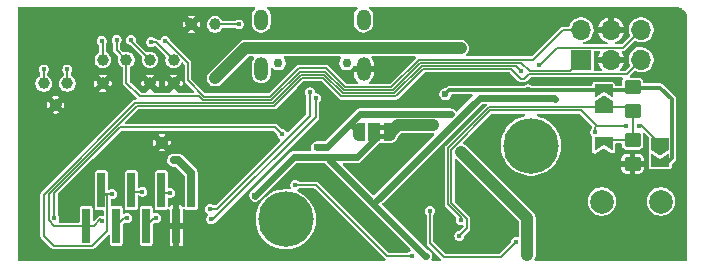
<source format=gbl>
G04 #@! TF.GenerationSoftware,KiCad,Pcbnew,9.0.0-9.0.0-2~ubuntu22.04.1*
G04 #@! TF.CreationDate,2025-03-24T08:10:21+01:00*
G04 #@! TF.ProjectId,kicad_makespace_tutorial,6b696361-645f-46d6-916b-657370616365,v1*
G04 #@! TF.SameCoordinates,Original*
G04 #@! TF.FileFunction,Copper,L2,Bot*
G04 #@! TF.FilePolarity,Positive*
%FSLAX46Y46*%
G04 Gerber Fmt 4.6, Leading zero omitted, Abs format (unit mm)*
G04 Created by KiCad (PCBNEW 9.0.0-9.0.0-2~ubuntu22.04.1) date 2025-03-24 08:10:21*
%MOMM*%
%LPD*%
G01*
G04 APERTURE LIST*
G04 Aperture macros list*
%AMRoundRect*
0 Rectangle with rounded corners*
0 $1 Rounding radius*
0 $2 $3 $4 $5 $6 $7 $8 $9 X,Y pos of 4 corners*
0 Add a 4 corners polygon primitive as box body*
4,1,4,$2,$3,$4,$5,$6,$7,$8,$9,$2,$3,0*
0 Add four circle primitives for the rounded corners*
1,1,$1+$1,$2,$3*
1,1,$1+$1,$4,$5*
1,1,$1+$1,$6,$7*
1,1,$1+$1,$8,$9*
0 Add four rect primitives between the rounded corners*
20,1,$1+$1,$2,$3,$4,$5,0*
20,1,$1+$1,$4,$5,$6,$7,0*
20,1,$1+$1,$6,$7,$8,$9,0*
20,1,$1+$1,$8,$9,$2,$3,0*%
%AMFreePoly0*
4,1,6,1.000000,0.000000,0.500000,-0.750000,-0.500000,-0.750000,-0.500000,0.750000,0.500000,0.750000,1.000000,0.000000,1.000000,0.000000,$1*%
%AMFreePoly1*
4,1,6,0.500000,-0.750000,-0.650000,-0.750000,-0.150000,0.000000,-0.650000,0.750000,0.500000,0.750000,0.500000,-0.750000,0.500000,-0.750000,$1*%
%AMFreePoly2*
4,1,23,0.550000,-0.750000,0.000000,-0.750000,0.000000,-0.745722,-0.065263,-0.745722,-0.191342,-0.711940,-0.304381,-0.646677,-0.396677,-0.554381,-0.461940,-0.441342,-0.495722,-0.315263,-0.495722,-0.250000,-0.500000,-0.250000,-0.500000,0.250000,-0.495722,0.250000,-0.495722,0.315263,-0.461940,0.441342,-0.396677,0.554381,-0.304381,0.646677,-0.191342,0.711940,-0.065263,0.745722,0.000000,0.745722,
0.000000,0.750000,0.550000,0.750000,0.550000,-0.750000,0.550000,-0.750000,$1*%
%AMFreePoly3*
4,1,23,0.000000,0.745722,0.065263,0.745722,0.191342,0.711940,0.304381,0.646677,0.396677,0.554381,0.461940,0.441342,0.495722,0.315263,0.495722,0.250000,0.500000,0.250000,0.500000,-0.250000,0.495722,-0.250000,0.495722,-0.315263,0.461940,-0.441342,0.396677,-0.554381,0.304381,-0.646677,0.191342,-0.711940,0.065263,-0.745722,0.000000,-0.745722,0.000000,-0.750000,-0.550000,-0.750000,
-0.550000,0.750000,0.000000,0.750000,0.000000,0.745722,0.000000,0.745722,$1*%
G04 Aperture macros list end*
G04 #@! TA.AperFunction,EtchedComponent*
%ADD10C,0.000000*%
G04 #@! TD*
G04 #@! TA.AperFunction,ComponentPad*
%ADD11C,2.000000*%
G04 #@! TD*
G04 #@! TA.AperFunction,ComponentPad*
%ADD12C,4.700000*%
G04 #@! TD*
G04 #@! TA.AperFunction,ComponentPad*
%ADD13C,0.750000*%
G04 #@! TD*
G04 #@! TA.AperFunction,ComponentPad*
%ADD14O,1.200000X2.000000*%
G04 #@! TD*
G04 #@! TA.AperFunction,ComponentPad*
%ADD15O,1.200000X1.800000*%
G04 #@! TD*
G04 #@! TA.AperFunction,ComponentPad*
%ADD16R,1.700000X1.700000*%
G04 #@! TD*
G04 #@! TA.AperFunction,ComponentPad*
%ADD17O,1.700000X1.700000*%
G04 #@! TD*
G04 #@! TA.AperFunction,SMDPad,CuDef*
%ADD18C,1.000000*%
G04 #@! TD*
G04 #@! TA.AperFunction,SMDPad,CuDef*
%ADD19RoundRect,0.250000X-0.450000X0.350000X-0.450000X-0.350000X0.450000X-0.350000X0.450000X0.350000X0*%
G04 #@! TD*
G04 #@! TA.AperFunction,SMDPad,CuDef*
%ADD20FreePoly0,90.000000*%
G04 #@! TD*
G04 #@! TA.AperFunction,SMDPad,CuDef*
%ADD21FreePoly1,90.000000*%
G04 #@! TD*
G04 #@! TA.AperFunction,SMDPad,CuDef*
%ADD22R,0.650000X3.000000*%
G04 #@! TD*
G04 #@! TA.AperFunction,SMDPad,CuDef*
%ADD23FreePoly2,180.000000*%
G04 #@! TD*
G04 #@! TA.AperFunction,SMDPad,CuDef*
%ADD24R,1.000000X1.500000*%
G04 #@! TD*
G04 #@! TA.AperFunction,SMDPad,CuDef*
%ADD25FreePoly3,180.000000*%
G04 #@! TD*
G04 #@! TA.AperFunction,SMDPad,CuDef*
%ADD26FreePoly0,270.000000*%
G04 #@! TD*
G04 #@! TA.AperFunction,SMDPad,CuDef*
%ADD27FreePoly1,270.000000*%
G04 #@! TD*
G04 #@! TA.AperFunction,ViaPad*
%ADD28C,0.600000*%
G04 #@! TD*
G04 #@! TA.AperFunction,ViaPad*
%ADD29C,0.450000*%
G04 #@! TD*
G04 #@! TA.AperFunction,Conductor*
%ADD30C,1.000000*%
G04 #@! TD*
G04 #@! TA.AperFunction,Conductor*
%ADD31C,0.600000*%
G04 #@! TD*
G04 #@! TA.AperFunction,Conductor*
%ADD32C,0.700000*%
G04 #@! TD*
G04 #@! TA.AperFunction,Conductor*
%ADD33C,0.300000*%
G04 #@! TD*
G04 #@! TA.AperFunction,Conductor*
%ADD34C,0.160000*%
G04 #@! TD*
G04 #@! TA.AperFunction,Conductor*
%ADD35C,0.200000*%
G04 #@! TD*
G04 APERTURE END LIST*
D10*
G04 #@! TA.AperFunction,EtchedComponent*
G04 #@! TO.C,JP6*
G36*
X38400000Y-10900000D02*
G01*
X37900000Y-10900000D01*
X37900000Y-10500000D01*
X38400000Y-10500000D01*
X38400000Y-10900000D01*
G37*
G04 #@! TD.AperFunction*
G04 #@! TA.AperFunction,EtchedComponent*
G36*
X38400000Y-11700000D02*
G01*
X37900000Y-11700000D01*
X37900000Y-11300000D01*
X38400000Y-11300000D01*
X38400000Y-11700000D01*
G37*
G04 #@! TD.AperFunction*
G04 #@! TD*
D11*
G04 #@! TO.P,J1,1,Pin_1*
G04 #@! TO.N,Net-(J1-Pin_1)*
X56750000Y-17000000D03*
G04 #@! TO.P,J1,2,Pin_2*
G04 #@! TO.N,Net-(J1-Pin_2)*
X61750000Y-17000000D03*
G04 #@! TD*
D12*
G04 #@! TO.P,H1,1*
G04 #@! TO.N,N/C*
X50750000Y-12250000D03*
G04 #@! TD*
D13*
G04 #@! TO.P,USBC1,*
G04 #@! TO.N,*
X35150000Y-5262500D03*
X29350000Y-5262500D03*
D14*
G04 #@! TO.P,USBC1,0,SH*
G04 #@! TO.N,GND*
X36580000Y-5762500D03*
G04 #@! TO.P,USBC1,1*
G04 #@! TO.N,N/C*
X27920000Y-5762500D03*
D15*
G04 #@! TO.P,USBC1,2*
X27920000Y-1582500D03*
G04 #@! TO.P,USBC1,3*
X36580000Y-1582500D03*
G04 #@! TD*
D12*
G04 #@! TO.P,H3,1*
G04 #@! TO.N,N/C*
X30000000Y-18500000D03*
G04 #@! TD*
D16*
G04 #@! TO.P,J3,1,Pin_1*
G04 #@! TO.N,/GPIO_19*
X55000000Y-5000000D03*
D17*
G04 #@! TO.P,J3,2,Pin_2*
G04 #@! TO.N,/GPIO_17*
X55000000Y-2460000D03*
G04 #@! TO.P,J3,3,Pin_3*
G04 #@! TO.N,GND*
X57540000Y-5000000D03*
G04 #@! TO.P,J3,4,Pin_4*
X57540000Y-2460000D03*
G04 #@! TO.P,J3,5,Pin_5*
G04 #@! TO.N,/GPIO_34*
X60080000Y-5000000D03*
G04 #@! TO.P,J3,6,Pin_6*
G04 #@! TO.N,/GPIO_16*
X60080000Y-2460000D03*
G04 #@! TD*
D18*
G04 #@! TO.P,TP19,1,1*
G04 #@! TO.N,GND*
X22000000Y-2000000D03*
G04 #@! TD*
G04 #@! TO.P,TP2,1,1*
G04 #@! TO.N,/GPIO_21*
X14500000Y-5000000D03*
G04 #@! TD*
D19*
G04 #@! TO.P,R5,1*
G04 #@! TO.N,/5V*
X59350000Y-7300000D03*
G04 #@! TO.P,R5,2*
G04 #@! TO.N,/GAIN_SLOT*
X59350000Y-9300000D03*
G04 #@! TD*
D18*
G04 #@! TO.P,TP5,1,1*
G04 #@! TO.N,/GPIO_18*
X18500000Y-5000000D03*
G04 #@! TD*
G04 #@! TO.P,TP17,1,1*
G04 #@! TO.N,GND*
X10500000Y-8800000D03*
G04 #@! TD*
D20*
G04 #@! TO.P,JP3,1,A*
G04 #@! TO.N,/GAIN_SLOT*
X56900000Y-9025000D03*
D21*
G04 #@! TO.P,JP3,2,B*
G04 #@! TO.N,/5V*
X56900000Y-7575000D03*
G04 #@! TD*
D22*
G04 #@! TO.P,J2,1,Pin_1*
G04 #@! TO.N,/3V3*
X21995000Y-16050000D03*
G04 #@! TO.P,J2,2,Pin_2*
G04 #@! TO.N,GND*
X20725000Y-19050000D03*
G04 #@! TO.P,J2,3,Pin_3*
G04 #@! TO.N,/GPIO_26*
X19455000Y-16050000D03*
G04 #@! TO.P,J2,4,Pin_4*
G04 #@! TO.N,/GPIO_25*
X18185000Y-19050000D03*
G04 #@! TO.P,J2,5,Pin_5*
G04 #@! TO.N,/GPIO_33*
X16915000Y-16050000D03*
G04 #@! TO.P,J2,6,Pin_6*
G04 #@! TO.N,/GPIO_32*
X15645000Y-19050000D03*
G04 #@! TO.P,J2,7,Pin_7*
G04 #@! TO.N,/GPIO_16*
X14375000Y-16050000D03*
G04 #@! TO.P,J2,8,Pin_8*
G04 #@! TO.N,/GPIO_34*
X13105000Y-19050000D03*
G04 #@! TD*
D18*
G04 #@! TO.P,TP16,1,1*
G04 #@! TO.N,/ESP_TXD*
X9500000Y-7000000D03*
G04 #@! TD*
G04 #@! TO.P,TP1,1,1*
G04 #@! TO.N,GND*
X19500000Y-12000000D03*
G04 #@! TD*
G04 #@! TO.P,TP18,1,1*
G04 #@! TO.N,/ESP_PROG*
X24000000Y-2000000D03*
G04 #@! TD*
G04 #@! TO.P,TP12,1,1*
G04 #@! TO.N,/GPIO_5*
X20500000Y-5000000D03*
G04 #@! TD*
D20*
G04 #@! TO.P,JP2,1,A*
G04 #@! TO.N,GND*
X56900000Y-13525000D03*
D21*
G04 #@! TO.P,JP2,2,B*
G04 #@! TO.N,/GAIN_SLOT*
X56900000Y-12075000D03*
G04 #@! TD*
D18*
G04 #@! TO.P,TP6,1,1*
G04 #@! TO.N,GND*
X18500000Y-7000000D03*
G04 #@! TD*
D23*
G04 #@! TO.P,JP6,1,A*
G04 #@! TO.N,/5V*
X38800000Y-11100000D03*
D24*
G04 #@! TO.P,JP6,2,C*
G04 #@! TO.N,/WLED_VDD*
X37500000Y-11100000D03*
D25*
G04 #@! TO.P,JP6,3,B*
G04 #@! TO.N,/3V3*
X36200000Y-11100000D03*
G04 #@! TD*
D18*
G04 #@! TO.P,TP15,1,1*
G04 #@! TO.N,/ESP_RXD*
X11500000Y-7000000D03*
G04 #@! TD*
G04 #@! TO.P,TP4,1,1*
G04 #@! TO.N,GND*
X20500000Y-7000000D03*
G04 #@! TD*
D26*
G04 #@! TO.P,JP1,1,A*
G04 #@! TO.N,/SD_MODE*
X61700000Y-12125000D03*
D27*
G04 #@! TO.P,JP1,2,B*
G04 #@! TO.N,/5V*
X61700000Y-13575000D03*
G04 #@! TD*
D18*
G04 #@! TO.P,TP3,1,1*
G04 #@! TO.N,/GPIO_19*
X16500000Y-5000000D03*
G04 #@! TD*
D19*
G04 #@! TO.P,R6,1*
G04 #@! TO.N,/GAIN_SLOT*
X59350000Y-11800000D03*
G04 #@! TO.P,R6,2*
G04 #@! TO.N,GND*
X59350000Y-13800000D03*
G04 #@! TD*
D18*
G04 #@! TO.P,TP13,1,1*
G04 #@! TO.N,GND*
X14500000Y-7000000D03*
G04 #@! TD*
D28*
G04 #@! TO.N,/3V3*
X43950000Y-9600000D03*
X24000000Y-6550000D03*
X32600000Y-12400000D03*
X44800000Y-4000000D03*
X20500000Y-13500000D03*
G04 #@! TO.N,GND*
X26200000Y-20600000D03*
X8700000Y-13600000D03*
X59700000Y-17550000D03*
X9600000Y-4750000D03*
X11900000Y-17600000D03*
X48600000Y-14500000D03*
X51800000Y-18750000D03*
X46750000Y-19000000D03*
X41500000Y-11900000D03*
X47600000Y-10400000D03*
X53400000Y-18800000D03*
X44000000Y-6400000D03*
X46400000Y-6400000D03*
X56050000Y-20300000D03*
X32500000Y-1800000D03*
X12900000Y-5700000D03*
X51650000Y-20400000D03*
X56700000Y-18650000D03*
X58250000Y-20400000D03*
X58450000Y-18450000D03*
X9900000Y-10500000D03*
X38900000Y-1800000D03*
X33600000Y-17900000D03*
X54400000Y-12600000D03*
X47700000Y-13400000D03*
X32900000Y-20900000D03*
X21300000Y-9800000D03*
X51800000Y-6900000D03*
X23600000Y-16500000D03*
X51150000Y-17150000D03*
X27900000Y-7400000D03*
X53650000Y-20350000D03*
X44800000Y-14600000D03*
X45000000Y-1700000D03*
X23000000Y-13500000D03*
X49900000Y-3600000D03*
X54550000Y-17200000D03*
X38600000Y-6400000D03*
X41400000Y-17300000D03*
X61100000Y-19100000D03*
X47250000Y-18500000D03*
X40100000Y-17300000D03*
X31500000Y-12100000D03*
X46400000Y-11500000D03*
X49100000Y-6700000D03*
G04 #@! TO.N,/5V*
X44800000Y-12800000D03*
D29*
X50500000Y-7500000D03*
D28*
X50450000Y-21500000D03*
X48000000Y-15950000D03*
X42500000Y-10500000D03*
X43500000Y-7900000D03*
D29*
G04 #@! TO.N,/SD_MODE*
X58800000Y-10600000D03*
X44700000Y-19900000D03*
X59900000Y-10600000D03*
X56200000Y-11100000D03*
G04 #@! TO.N,/GAIN_SLOT*
X44800000Y-18590000D03*
G04 #@! TO.N,/ESP_PROG*
X26000000Y-2000000D03*
G04 #@! TO.N,/ESP_EN*
X10400000Y-18400000D03*
X29700000Y-11300000D03*
G04 #@! TO.N,/USB_N*
X32547488Y-8249936D03*
X23680000Y-18510000D03*
G04 #@! TO.N,/ESP_TXD*
X9500000Y-5800000D03*
G04 #@! TO.N,/ESP_RXD*
X11500000Y-5800000D03*
G04 #@! TO.N,/USB_P*
X23560000Y-17610000D03*
X32052512Y-7754960D03*
G04 #@! TO.N,/GPIO_21*
X14397500Y-3400000D03*
G04 #@! TO.N,/GPIO_19*
X15667500Y-3300000D03*
G04 #@! TO.N,/GPIO_16*
X51400000Y-5400000D03*
X15300000Y-16350000D03*
X49900000Y-5900000D03*
G04 #@! TO.N,/GPIO_17*
X19800000Y-3400000D03*
G04 #@! TO.N,/GPIO_5*
X18600000Y-3500000D03*
G04 #@! TO.N,/GPIO_18*
X16900000Y-3300000D03*
G04 #@! TO.N,/GPIO_25*
X19000000Y-18400000D03*
G04 #@! TO.N,/GPIO_32*
X16550000Y-18400000D03*
G04 #@! TO.N,/GPIO_26*
X20200000Y-16250000D03*
G04 #@! TO.N,/GPIO_33*
X17850000Y-16150000D03*
D28*
G04 #@! TO.N,/WLED_VDD*
X27400000Y-16500000D03*
X41900000Y-21600000D03*
X52800000Y-8300000D03*
D29*
G04 #@! TO.N,Net-(LED3-DO)*
X30800000Y-15600000D03*
X40650000Y-21600000D03*
G04 #@! TO.N,Net-(LED4-DO)*
X49500000Y-20400000D03*
X42200000Y-17800000D03*
G04 #@! TO.N,/GPIO_34*
X14400000Y-18600000D03*
G04 #@! TD*
D30*
G04 #@! TO.N,/3V3*
X26550000Y-4000000D02*
X44800000Y-4000000D01*
D31*
X36200000Y-11100000D02*
X35550000Y-10450000D01*
X36300000Y-9600000D02*
X43950000Y-9600000D01*
D32*
X20900000Y-13500000D02*
X21995000Y-14595000D01*
D31*
X33500000Y-12400000D02*
X35550000Y-10350000D01*
X35550000Y-10350000D02*
X36300000Y-9600000D01*
X36200000Y-11100000D02*
X36200000Y-11125000D01*
X36200000Y-11125000D02*
X36350000Y-11275000D01*
X35550000Y-10450000D02*
X35550000Y-10350000D01*
D30*
X24000000Y-6550000D02*
X26550000Y-4000000D01*
D32*
X20900000Y-13500000D02*
X20500000Y-13500000D01*
D31*
X32600000Y-12400000D02*
X33500000Y-12400000D01*
D33*
X21995000Y-16050000D02*
X21995000Y-14595000D01*
G04 #@! TO.N,/5V*
X61700000Y-13575000D02*
X62455000Y-13575000D01*
X56900000Y-7575000D02*
X59075000Y-7575000D01*
D30*
X44850000Y-12800000D02*
X50450000Y-18400000D01*
D33*
X56900000Y-7575000D02*
X43825000Y-7575000D01*
X62705000Y-8355000D02*
X61700000Y-7350000D01*
D30*
X50450000Y-18400000D02*
X50450000Y-21500000D01*
X44800000Y-12800000D02*
X44850000Y-12800000D01*
X42500000Y-10500000D02*
X39520097Y-10500000D01*
D33*
X62705000Y-13325000D02*
X62705000Y-8355000D01*
D30*
X39520097Y-10500000D02*
X38900000Y-11120097D01*
D33*
X62455000Y-13575000D02*
X62705000Y-13325000D01*
X61700000Y-7350000D02*
X59400000Y-7350000D01*
X43825000Y-7575000D02*
X43500000Y-7900000D01*
D34*
G04 #@! TO.N,/SD_MODE*
X44000000Y-17111177D02*
X45330000Y-18441177D01*
X56200000Y-10715000D02*
X56315000Y-10600000D01*
X55000000Y-9285000D02*
X47325000Y-9285000D01*
X56315000Y-10600000D02*
X55000000Y-9285000D01*
X59900000Y-10600000D02*
X60000000Y-10500000D01*
X56200000Y-11100000D02*
X56200000Y-10715000D01*
X60075000Y-10500000D02*
X61700000Y-12125000D01*
X58800000Y-10600000D02*
X56315000Y-10600000D01*
X47325000Y-9285000D02*
X44000000Y-12610000D01*
X60000000Y-10500000D02*
X60075000Y-10500000D01*
X45330000Y-19270000D02*
X44700000Y-19900000D01*
X45330000Y-18441177D02*
X45330000Y-19270000D01*
X44000000Y-12610000D02*
X44000000Y-17111177D01*
G04 #@! TO.N,/GAIN_SLOT*
X47217304Y-9025000D02*
X56900000Y-9025000D01*
X56900000Y-9025000D02*
X59075000Y-9025000D01*
X44800000Y-18590000D02*
X44800000Y-18300000D01*
X43739999Y-12502305D02*
X47217304Y-9025000D01*
X44800000Y-18300000D02*
X43739999Y-17239999D01*
X43739999Y-17239999D02*
X43739999Y-12502305D01*
X59350000Y-9300000D02*
X59350000Y-11800000D01*
X59350000Y-11800000D02*
X57175000Y-11800000D01*
G04 #@! TO.N,/ESP_PROG*
X24000000Y-2000000D02*
X26000000Y-2000000D01*
G04 #@! TO.N,/ESP_EN*
X29100000Y-10700000D02*
X29700000Y-11300000D01*
X15938220Y-10700000D02*
X29100000Y-10700000D01*
X10400000Y-18400000D02*
X10400000Y-16238220D01*
X10400000Y-16238220D02*
X15938220Y-10700000D01*
D35*
G04 #@! TO.N,/USB_N*
X32547488Y-9797512D02*
X32547488Y-8249936D01*
X23680000Y-18510000D02*
X23835000Y-18510000D01*
X23835000Y-18510000D02*
X32547488Y-9797512D01*
D34*
G04 #@! TO.N,/ESP_TXD*
X9500000Y-5800000D02*
X9500000Y-7000000D01*
G04 #@! TO.N,/ESP_RXD*
X11500000Y-5800000D02*
X11500000Y-7000000D01*
D35*
G04 #@! TO.N,/USB_P*
X32047488Y-7759984D02*
X32052512Y-7754960D01*
X23560000Y-17610000D02*
X23570000Y-17600000D01*
X23570000Y-17600000D02*
X24165736Y-17600000D01*
X32047488Y-9718248D02*
X32047488Y-7759984D01*
X24165736Y-17600000D02*
X32047488Y-9718248D01*
D34*
G04 #@! TO.N,/GPIO_21*
X14397500Y-3400000D02*
X14500000Y-3502500D01*
X14500000Y-3502500D02*
X14500000Y-5000000D01*
G04 #@! TO.N,/GPIO_19*
X33335392Y-6000000D02*
X34915392Y-7580000D01*
X34915392Y-7580000D02*
X39052304Y-7580000D01*
X15667500Y-3300000D02*
X15667500Y-4167500D01*
X31164608Y-6000000D02*
X33335392Y-6000000D01*
X22678112Y-8070000D02*
X22988112Y-8380000D01*
X55000000Y-5000000D02*
X54500000Y-5000000D01*
X22988112Y-8380000D02*
X28784608Y-8380000D01*
X41392304Y-5240000D02*
X49940000Y-5240000D01*
X15667500Y-4167500D02*
X16500000Y-5000000D01*
X39052304Y-7580000D02*
X41392304Y-5240000D01*
X16500000Y-5000000D02*
X16500000Y-6920000D01*
X54500000Y-5000000D02*
X54260000Y-5240000D01*
X50639000Y-5939000D02*
X54061000Y-5939000D01*
X49940000Y-5240000D02*
X50639000Y-5939000D01*
X54061000Y-5939000D02*
X55000000Y-5000000D01*
X17650000Y-8070000D02*
X22678112Y-8070000D01*
X16500000Y-6920000D02*
X17650000Y-8070000D01*
X28784608Y-8380000D02*
X31164608Y-6000000D01*
G04 #@! TO.N,/GPIO_16*
X15300000Y-16350000D02*
X14675000Y-16350000D01*
X58571000Y-3969000D02*
X60080000Y-2460000D01*
X33227696Y-6260000D02*
X31272304Y-6260000D01*
X13611000Y-20731000D02*
X14881000Y-19461000D01*
X28892304Y-8640000D02*
X17260000Y-8640000D01*
X10331000Y-20731000D02*
X13611000Y-20731000D01*
X49900000Y-5900000D02*
X49500000Y-5500000D01*
X51400000Y-5400000D02*
X51400000Y-5500000D01*
X31272304Y-6260000D02*
X28892304Y-8640000D01*
X17260000Y-8640000D02*
X9500000Y-16400000D01*
X9500000Y-16400000D02*
X9500000Y-19900000D01*
X52931000Y-3969000D02*
X58571000Y-3969000D01*
X14881000Y-19461000D02*
X14881000Y-16556000D01*
X34807696Y-7840000D02*
X33227696Y-6260000D01*
X9500000Y-19900000D02*
X10331000Y-20731000D01*
X14675000Y-16350000D02*
X14375000Y-16050000D01*
X14881000Y-16556000D02*
X14375000Y-16050000D01*
X39160000Y-7840000D02*
X34807696Y-7840000D01*
X41500000Y-5500000D02*
X39160000Y-7840000D01*
X49500000Y-5500000D02*
X41500000Y-5500000D01*
X51400000Y-5500000D02*
X52931000Y-3969000D01*
G04 #@! TO.N,/GPIO_17*
X35023088Y-7320000D02*
X38944608Y-7320000D01*
X23095808Y-8120000D02*
X28676912Y-8120000D01*
X50499999Y-4979999D02*
X50500000Y-4980000D01*
X41284609Y-4979999D02*
X50499999Y-4979999D01*
X38944608Y-7320000D02*
X41284609Y-4979999D01*
X19861666Y-3400000D02*
X21700000Y-5238334D01*
X21700000Y-5238334D02*
X21700000Y-6724192D01*
X21700000Y-6724192D02*
X23095808Y-8120000D01*
X31096912Y-5700000D02*
X33403088Y-5700000D01*
X33403088Y-5700000D02*
X35023088Y-7320000D01*
X50500000Y-4980000D02*
X50920000Y-4980000D01*
X53440000Y-2460000D02*
X55000000Y-2460000D01*
X28676912Y-8120000D02*
X31096912Y-5700000D01*
X19800000Y-3400000D02*
X19861666Y-3400000D01*
X50920000Y-4980000D02*
X53440000Y-2460000D01*
G04 #@! TO.N,/GPIO_5*
X18600000Y-3500000D02*
X19000000Y-3500000D01*
X19000000Y-3500000D02*
X20500000Y-5000000D01*
G04 #@! TO.N,/GPIO_18*
X16900000Y-3300000D02*
X16900000Y-3400000D01*
X16900000Y-3400000D02*
X18500000Y-5000000D01*
G04 #@! TO.N,/GPIO_25*
X19000000Y-18400000D02*
X18835000Y-18400000D01*
X18835000Y-18400000D02*
X18185000Y-19050000D01*
G04 #@! TO.N,/GPIO_32*
X16550000Y-18400000D02*
X16295000Y-18400000D01*
X16295000Y-18400000D02*
X15645000Y-19050000D01*
G04 #@! TO.N,/GPIO_26*
X20200000Y-16250000D02*
X19655000Y-16250000D01*
G04 #@! TO.N,/GPIO_33*
X17850000Y-16150000D02*
X17015000Y-16150000D01*
D31*
G04 #@! TO.N,/WLED_VDD*
X52700000Y-8200000D02*
X52800000Y-8300000D01*
X36030000Y-13230000D02*
X33400000Y-13230000D01*
X33400000Y-13230000D02*
X30670000Y-13230000D01*
X37500000Y-11760000D02*
X37500000Y-11100000D01*
X33400000Y-13230000D02*
X33449239Y-13230000D01*
X49800000Y-8200000D02*
X52700000Y-8200000D01*
X33449239Y-13230000D02*
X37409620Y-17190380D01*
X37409620Y-17190380D02*
X41819239Y-21600000D01*
X37409620Y-17190380D02*
X46400000Y-8200000D01*
X30670000Y-13230000D02*
X27400000Y-16500000D01*
X46400000Y-8200000D02*
X49800000Y-8200000D01*
X41819239Y-21600000D02*
X41900000Y-21600000D01*
X36030000Y-13230000D02*
X37500000Y-11760000D01*
D34*
G04 #@! TO.N,Net-(LED3-DO)*
X40650000Y-21600000D02*
X38578823Y-21600000D01*
X38578823Y-21600000D02*
X32578823Y-15600000D01*
X32578823Y-15600000D02*
X30800000Y-15600000D01*
G04 #@! TO.N,Net-(LED4-DO)*
X42200000Y-17800000D02*
X42200000Y-20500000D01*
X42200000Y-20500000D02*
X43400000Y-21700000D01*
X48200000Y-21700000D02*
X49500000Y-20400000D01*
X43400000Y-21700000D02*
X48200000Y-21700000D01*
G04 #@! TO.N,/GPIO_34*
X58880000Y-6200000D02*
X50600000Y-6200000D01*
X10369763Y-19050000D02*
X13105000Y-19050000D01*
X50200000Y-6600000D02*
X49900000Y-6600000D01*
X29000414Y-8901000D02*
X28784194Y-8901000D01*
X60080000Y-5000000D02*
X58880000Y-6200000D01*
X49061000Y-5761000D02*
X41608110Y-5761000D01*
X29153304Y-8748110D02*
X29000414Y-8901000D01*
X9919000Y-16350110D02*
X9919000Y-18599237D01*
X34546696Y-7948110D02*
X33119586Y-6521000D01*
X9919000Y-18599237D02*
X10369763Y-19050000D01*
X59856000Y-4145433D02*
X59856000Y-4854567D01*
X28784194Y-8901000D02*
X17368110Y-8901000D01*
X39421000Y-7948110D02*
X39268110Y-8101000D01*
X50600000Y-6200000D02*
X50200000Y-6600000D01*
X41608110Y-5761000D02*
X39421000Y-7948110D01*
X39051890Y-8101000D02*
X34915806Y-8101000D01*
X60080000Y-4700000D02*
X59980000Y-4600000D01*
X33119586Y-6521000D02*
X31380414Y-6521000D01*
X49900000Y-6600000D02*
X49061000Y-5761000D01*
X60080000Y-5000000D02*
X60080000Y-4700000D01*
X39268110Y-8101000D02*
X39051890Y-8101000D01*
X17368110Y-8901000D02*
X9919000Y-16350110D01*
X13105000Y-19050000D02*
X13750000Y-19050000D01*
X31380414Y-6521000D02*
X29153304Y-8748110D01*
X13750000Y-19050000D02*
X14300000Y-18500000D01*
X34699586Y-8101000D02*
X34546696Y-7948110D01*
X59855000Y-4144433D02*
X59856000Y-4145433D01*
X14300000Y-18500000D02*
X14400000Y-18600000D01*
X34915806Y-8101000D02*
X34699586Y-8101000D01*
G04 #@! TD*
G04 #@! TA.AperFunction,Conductor*
G04 #@! TO.N,GND*
G36*
X27389106Y-519406D02*
G01*
X27425070Y-568906D01*
X27425070Y-630092D01*
X27400919Y-669503D01*
X27298214Y-772207D01*
X27298211Y-772211D01*
X27210609Y-903314D01*
X27210603Y-903325D01*
X27150263Y-1049001D01*
X27150263Y-1049003D01*
X27119500Y-1203655D01*
X27119500Y-1961344D01*
X27150263Y-2115996D01*
X27150263Y-2115998D01*
X27210603Y-2261674D01*
X27210609Y-2261685D01*
X27257463Y-2331806D01*
X27298211Y-2392789D01*
X27409711Y-2504289D01*
X27487876Y-2556517D01*
X27540814Y-2591890D01*
X27540825Y-2591896D01*
X27594638Y-2614185D01*
X27686503Y-2652237D01*
X27841158Y-2683000D01*
X27841159Y-2683000D01*
X27998841Y-2683000D01*
X27998842Y-2683000D01*
X28153497Y-2652237D01*
X28299179Y-2591894D01*
X28430289Y-2504289D01*
X28541789Y-2392789D01*
X28629394Y-2261679D01*
X28689737Y-2115997D01*
X28720500Y-1961342D01*
X28720500Y-1203658D01*
X28689737Y-1049003D01*
X28629394Y-903321D01*
X28629393Y-903319D01*
X28629390Y-903314D01*
X28594017Y-850376D01*
X28541789Y-772211D01*
X28439081Y-669503D01*
X28411304Y-614986D01*
X28420875Y-554554D01*
X28464140Y-511289D01*
X28509085Y-500499D01*
X35990915Y-500499D01*
X36049106Y-519406D01*
X36085070Y-568906D01*
X36085070Y-630092D01*
X36060919Y-669503D01*
X35958214Y-772207D01*
X35958211Y-772211D01*
X35870609Y-903314D01*
X35870603Y-903325D01*
X35810263Y-1049001D01*
X35810263Y-1049003D01*
X35779500Y-1203655D01*
X35779500Y-1961344D01*
X35810263Y-2115996D01*
X35810263Y-2115998D01*
X35870603Y-2261674D01*
X35870609Y-2261685D01*
X35917463Y-2331806D01*
X35958211Y-2392789D01*
X36069711Y-2504289D01*
X36147876Y-2556517D01*
X36200814Y-2591890D01*
X36200825Y-2591896D01*
X36254638Y-2614185D01*
X36346503Y-2652237D01*
X36501158Y-2683000D01*
X36501159Y-2683000D01*
X36658841Y-2683000D01*
X36658842Y-2683000D01*
X36813497Y-2652237D01*
X36959179Y-2591894D01*
X37090289Y-2504289D01*
X37201789Y-2392789D01*
X37289394Y-2261679D01*
X37349737Y-2115997D01*
X37380500Y-1961342D01*
X37380500Y-1203658D01*
X37349737Y-1049003D01*
X37289394Y-903321D01*
X37289393Y-903319D01*
X37289390Y-903314D01*
X37254017Y-850376D01*
X37201789Y-772211D01*
X37099081Y-669503D01*
X37071304Y-614986D01*
X37080875Y-554554D01*
X37124140Y-511289D01*
X37169085Y-500499D01*
X63060712Y-500499D01*
X63075292Y-501578D01*
X63218737Y-522939D01*
X63234848Y-526737D01*
X63378443Y-573564D01*
X63393694Y-579993D01*
X63527480Y-650093D01*
X63541449Y-658974D01*
X63661682Y-750384D01*
X63673976Y-761470D01*
X63777291Y-871630D01*
X63787567Y-884610D01*
X63871091Y-1010461D01*
X63879059Y-1024970D01*
X63940436Y-1162958D01*
X63945876Y-1178593D01*
X63983408Y-1324897D01*
X63986166Y-1341220D01*
X63999153Y-1496008D01*
X63999500Y-1504285D01*
X63999500Y-21900500D01*
X63980593Y-21958691D01*
X63931093Y-21994655D01*
X63900500Y-21999500D01*
X51143945Y-21999500D01*
X51085754Y-21980593D01*
X51049790Y-21931093D01*
X51049790Y-21869907D01*
X51061631Y-21845497D01*
X51070770Y-21831819D01*
X51070771Y-21831816D01*
X51070775Y-21831811D01*
X51123580Y-21704328D01*
X51150500Y-21568993D01*
X51150500Y-18331007D01*
X51150048Y-18328737D01*
X51123580Y-18195672D01*
X51077531Y-18084500D01*
X51070776Y-18068191D01*
X51061804Y-18054764D01*
X50994114Y-17953457D01*
X49946172Y-16905515D01*
X55549500Y-16905515D01*
X55549500Y-17094484D01*
X55579058Y-17281113D01*
X55637453Y-17460832D01*
X55722747Y-17628233D01*
X55723240Y-17629199D01*
X55834310Y-17782073D01*
X55967927Y-17915690D01*
X56120801Y-18026760D01*
X56289168Y-18112547D01*
X56468882Y-18170940D01*
X56468883Y-18170940D01*
X56468886Y-18170941D01*
X56655516Y-18200500D01*
X56655519Y-18200500D01*
X56844484Y-18200500D01*
X57031113Y-18170941D01*
X57031114Y-18170940D01*
X57031118Y-18170940D01*
X57210832Y-18112547D01*
X57379199Y-18026760D01*
X57532073Y-17915690D01*
X57665690Y-17782073D01*
X57776760Y-17629199D01*
X57862547Y-17460832D01*
X57920940Y-17281118D01*
X57921023Y-17280593D01*
X57950500Y-17094484D01*
X57950500Y-16905515D01*
X60549500Y-16905515D01*
X60549500Y-17094484D01*
X60579058Y-17281113D01*
X60637453Y-17460832D01*
X60722747Y-17628233D01*
X60723240Y-17629199D01*
X60834310Y-17782073D01*
X60967927Y-17915690D01*
X61120801Y-18026760D01*
X61289168Y-18112547D01*
X61468882Y-18170940D01*
X61468883Y-18170940D01*
X61468886Y-18170941D01*
X61655516Y-18200500D01*
X61655519Y-18200500D01*
X61844484Y-18200500D01*
X62031113Y-18170941D01*
X62031114Y-18170940D01*
X62031118Y-18170940D01*
X62210832Y-18112547D01*
X62379199Y-18026760D01*
X62532073Y-17915690D01*
X62665690Y-17782073D01*
X62776760Y-17629199D01*
X62862547Y-17460832D01*
X62920940Y-17281118D01*
X62921023Y-17280593D01*
X62950500Y-17094484D01*
X62950500Y-16905515D01*
X62920941Y-16718886D01*
X62920940Y-16718882D01*
X62862547Y-16539168D01*
X62776760Y-16370801D01*
X62665690Y-16217927D01*
X62532073Y-16084310D01*
X62379199Y-15973240D01*
X62379198Y-15973239D01*
X62379196Y-15973238D01*
X62210832Y-15887453D01*
X62031113Y-15829058D01*
X61844484Y-15799500D01*
X61844481Y-15799500D01*
X61655519Y-15799500D01*
X61655516Y-15799500D01*
X61468886Y-15829058D01*
X61289167Y-15887453D01*
X61120803Y-15973238D01*
X60967928Y-16084309D01*
X60834309Y-16217928D01*
X60723238Y-16370803D01*
X60637453Y-16539167D01*
X60579058Y-16718886D01*
X60549500Y-16905515D01*
X57950500Y-16905515D01*
X57920941Y-16718886D01*
X57920940Y-16718882D01*
X57862547Y-16539168D01*
X57776760Y-16370801D01*
X57665690Y-16217927D01*
X57532073Y-16084310D01*
X57379199Y-15973240D01*
X57379198Y-15973239D01*
X57379196Y-15973238D01*
X57210832Y-15887453D01*
X57031113Y-15829058D01*
X56844484Y-15799500D01*
X56844481Y-15799500D01*
X56655519Y-15799500D01*
X56655516Y-15799500D01*
X56468886Y-15829058D01*
X56289167Y-15887453D01*
X56120803Y-15973238D01*
X55967928Y-16084309D01*
X55834309Y-16217928D01*
X55723238Y-16370803D01*
X55637453Y-16539167D01*
X55579058Y-16718886D01*
X55549500Y-16905515D01*
X49946172Y-16905515D01*
X45296543Y-12255886D01*
X45296539Y-12255883D01*
X45181810Y-12179224D01*
X45068133Y-12132138D01*
X45021608Y-12092401D01*
X45007324Y-12032907D01*
X45030739Y-11976379D01*
X45036002Y-11970683D01*
X47412190Y-9594496D01*
X47466707Y-9566719D01*
X47482194Y-9565500D01*
X50171069Y-9565500D01*
X50229260Y-9584407D01*
X50265224Y-9633907D01*
X50265224Y-9695093D01*
X50229260Y-9744593D01*
X50193098Y-9761018D01*
X50042814Y-9795318D01*
X49772430Y-9889930D01*
X49514332Y-10014223D01*
X49271772Y-10166634D01*
X49047806Y-10345242D01*
X48845242Y-10547806D01*
X48666634Y-10771772D01*
X48514223Y-11014332D01*
X48389930Y-11272430D01*
X48295318Y-11542814D01*
X48231573Y-11822103D01*
X48199500Y-12106765D01*
X48199500Y-12393234D01*
X48231573Y-12677896D01*
X48295318Y-12957185D01*
X48389930Y-13227569D01*
X48514223Y-13485667D01*
X48646631Y-13696392D01*
X48666634Y-13728227D01*
X48845243Y-13952195D01*
X49047805Y-14154757D01*
X49271773Y-14333366D01*
X49365229Y-14392088D01*
X49514332Y-14485776D01*
X49606688Y-14530252D01*
X49772428Y-14610068D01*
X49772431Y-14610069D01*
X49772430Y-14610069D01*
X50042814Y-14704681D01*
X50042817Y-14704681D01*
X50042818Y-14704682D01*
X50322102Y-14768426D01*
X50606767Y-14800500D01*
X50606768Y-14800500D01*
X50893232Y-14800500D01*
X50893233Y-14800500D01*
X51177898Y-14768426D01*
X51457182Y-14704682D01*
X51727572Y-14610068D01*
X51985669Y-14485775D01*
X52228227Y-14333366D01*
X52398191Y-14197824D01*
X58399999Y-14197824D01*
X58406401Y-14257370D01*
X58406403Y-14257381D01*
X58456646Y-14392088D01*
X58456647Y-14392090D01*
X58542807Y-14507184D01*
X58542815Y-14507192D01*
X58657909Y-14593352D01*
X58657911Y-14593353D01*
X58792618Y-14643596D01*
X58792629Y-14643598D01*
X58852176Y-14650000D01*
X59099999Y-14650000D01*
X59100000Y-14649999D01*
X59100000Y-14050001D01*
X59600000Y-14050001D01*
X59600000Y-14649999D01*
X59600001Y-14650000D01*
X59847824Y-14650000D01*
X59907370Y-14643598D01*
X59907381Y-14643596D01*
X60042088Y-14593353D01*
X60042090Y-14593352D01*
X60157184Y-14507192D01*
X60157192Y-14507184D01*
X60243352Y-14392090D01*
X60243353Y-14392088D01*
X60293596Y-14257381D01*
X60293598Y-14257370D01*
X60300000Y-14197824D01*
X60300000Y-14050001D01*
X60299999Y-14050000D01*
X59600001Y-14050000D01*
X59600000Y-14050001D01*
X59100000Y-14050001D01*
X59099999Y-14050000D01*
X58400001Y-14050000D01*
X58400000Y-14050001D01*
X58400000Y-14197824D01*
X58399999Y-14197824D01*
X52398191Y-14197824D01*
X52452195Y-14154757D01*
X52654757Y-13952195D01*
X52833366Y-13728227D01*
X52985775Y-13485669D01*
X53025984Y-13402175D01*
X58400000Y-13402175D01*
X58400000Y-13549999D01*
X58400001Y-13550000D01*
X59099999Y-13550000D01*
X59100000Y-13549999D01*
X59100000Y-12950001D01*
X59600000Y-12950001D01*
X59600000Y-13549999D01*
X59600001Y-13550000D01*
X60299999Y-13550000D01*
X60300000Y-13549999D01*
X60300000Y-13402175D01*
X60293598Y-13342629D01*
X60293596Y-13342618D01*
X60243353Y-13207911D01*
X60243352Y-13207909D01*
X60157192Y-13092815D01*
X60157184Y-13092807D01*
X60042090Y-13006647D01*
X60042088Y-13006646D01*
X59907381Y-12956403D01*
X59907370Y-12956401D01*
X59847824Y-12950000D01*
X59600001Y-12950000D01*
X59600000Y-12950001D01*
X59100000Y-12950001D01*
X59099999Y-12950000D01*
X58852176Y-12950000D01*
X58792629Y-12956401D01*
X58792618Y-12956403D01*
X58657911Y-13006646D01*
X58657909Y-13006647D01*
X58542815Y-13092807D01*
X58542807Y-13092815D01*
X58456647Y-13207909D01*
X58456646Y-13207911D01*
X58406403Y-13342618D01*
X58406401Y-13342629D01*
X58400000Y-13402175D01*
X53025984Y-13402175D01*
X53035759Y-13381876D01*
X53047948Y-13356566D01*
X53047948Y-13356565D01*
X53110068Y-13227572D01*
X53204682Y-12957182D01*
X53268426Y-12677898D01*
X53300500Y-12393233D01*
X53300500Y-12106767D01*
X53268426Y-11822102D01*
X53204682Y-11542818D01*
X53194827Y-11514655D01*
X53110069Y-11272430D01*
X52985776Y-11014332D01*
X52903234Y-10882968D01*
X52833366Y-10771773D01*
X52654757Y-10547805D01*
X52452195Y-10345243D01*
X52228227Y-10166634D01*
X52189958Y-10142588D01*
X51985667Y-10014223D01*
X51727568Y-9889930D01*
X51727569Y-9889930D01*
X51457185Y-9795318D01*
X51306902Y-9761018D01*
X51254377Y-9729636D01*
X51230330Y-9673375D01*
X51243944Y-9613723D01*
X51290021Y-9573467D01*
X51328931Y-9565500D01*
X54842806Y-9565500D01*
X54900997Y-9584407D01*
X54912810Y-9594496D01*
X55895331Y-10577018D01*
X55904717Y-10595441D01*
X55917736Y-10611503D01*
X55918295Y-10622089D01*
X55923108Y-10631535D01*
X55920965Y-10672603D01*
X55920724Y-10673504D01*
X55920711Y-10673551D01*
X55919501Y-10678063D01*
X55919500Y-10678075D01*
X55919500Y-10737744D01*
X55900593Y-10795935D01*
X55890505Y-10807747D01*
X55859513Y-10838739D01*
X55803498Y-10935758D01*
X55801284Y-10944022D01*
X55774500Y-11043982D01*
X55774500Y-11156018D01*
X55787720Y-11205356D01*
X55803498Y-11264241D01*
X55859513Y-11361260D01*
X55859515Y-11361263D01*
X55929737Y-11431485D01*
X55957513Y-11486000D01*
X55956250Y-11523515D01*
X55944500Y-11574998D01*
X55944500Y-12724999D01*
X55944501Y-12725011D01*
X55957933Y-12798079D01*
X55957935Y-12798085D01*
X56008666Y-12874181D01*
X56087389Y-12920730D01*
X56094558Y-12921342D01*
X56178514Y-12928512D01*
X56263991Y-12895986D01*
X56845085Y-12508589D01*
X56903989Y-12492043D01*
X56954914Y-12508590D01*
X57536006Y-12895985D01*
X57536009Y-12895986D01*
X57604272Y-12925348D01*
X57604273Y-12925348D01*
X57695728Y-12925348D01*
X57778127Y-12885666D01*
X57835149Y-12814163D01*
X57855500Y-12725000D01*
X57855500Y-12179500D01*
X57874407Y-12121309D01*
X57923907Y-12085345D01*
X57954500Y-12080500D01*
X58350500Y-12080500D01*
X58408691Y-12099407D01*
X58444655Y-12148907D01*
X58449500Y-12179500D01*
X58449500Y-12204274D01*
X58452353Y-12234694D01*
X58452355Y-12234703D01*
X58497206Y-12362880D01*
X58497207Y-12362883D01*
X58577845Y-12472144D01*
X58577847Y-12472146D01*
X58577850Y-12472150D01*
X58577853Y-12472152D01*
X58577855Y-12472154D01*
X58687116Y-12552792D01*
X58687117Y-12552792D01*
X58687118Y-12552793D01*
X58815301Y-12597646D01*
X58845725Y-12600499D01*
X58845727Y-12600500D01*
X58845734Y-12600500D01*
X59854273Y-12600500D01*
X59854273Y-12600499D01*
X59884699Y-12597646D01*
X60012882Y-12552793D01*
X60122150Y-12472150D01*
X60202793Y-12362882D01*
X60206058Y-12353553D01*
X60240233Y-12255883D01*
X60247646Y-12234699D01*
X60250499Y-12204273D01*
X60250500Y-12204273D01*
X60250500Y-11395727D01*
X60250499Y-11395725D01*
X60247646Y-11365301D01*
X60232642Y-11322421D01*
X60231596Y-11319432D01*
X60230223Y-11258262D01*
X60265067Y-11207967D01*
X60322818Y-11187759D01*
X60381419Y-11205356D01*
X60395044Y-11216730D01*
X60716744Y-11538430D01*
X60744521Y-11592947D01*
X60745118Y-11619518D01*
X60744500Y-11625003D01*
X60744500Y-12625009D01*
X60745244Y-12642484D01*
X60745244Y-12642485D01*
X60751197Y-12661093D01*
X60770417Y-12721178D01*
X60776509Y-12740219D01*
X60774285Y-12740930D01*
X60784269Y-12785624D01*
X60768317Y-12825129D01*
X60769689Y-12825790D01*
X60764851Y-12835835D01*
X60744500Y-12925000D01*
X60744500Y-14075001D01*
X60749651Y-14120727D01*
X60786780Y-14197824D01*
X60789334Y-14203127D01*
X60860837Y-14260149D01*
X60950000Y-14280500D01*
X62449999Y-14280500D01*
X62450000Y-14280500D01*
X62495728Y-14275348D01*
X62578127Y-14235666D01*
X62635149Y-14164163D01*
X62655500Y-14075000D01*
X62655500Y-13911189D01*
X62674407Y-13852998D01*
X62684496Y-13841186D01*
X62741127Y-13784555D01*
X62985469Y-13540212D01*
X63031614Y-13460288D01*
X63038629Y-13434108D01*
X63039942Y-13429210D01*
X63047185Y-13402175D01*
X63055500Y-13371144D01*
X63055500Y-8308856D01*
X63031614Y-8219712D01*
X63016722Y-8193918D01*
X63016721Y-8193916D01*
X63016721Y-8193915D01*
X62999249Y-8163654D01*
X62985470Y-8139788D01*
X61915212Y-7069530D01*
X61835288Y-7023386D01*
X61746144Y-6999500D01*
X61746142Y-6999500D01*
X60349500Y-6999500D01*
X60291309Y-6980593D01*
X60255345Y-6931093D01*
X60250500Y-6900500D01*
X60250500Y-6895727D01*
X60250499Y-6895725D01*
X60248264Y-6871890D01*
X60247646Y-6865301D01*
X60202793Y-6737118D01*
X60155316Y-6672789D01*
X60122154Y-6627855D01*
X60122152Y-6627853D01*
X60122150Y-6627850D01*
X60122146Y-6627847D01*
X60122144Y-6627845D01*
X60012883Y-6547207D01*
X59884703Y-6502355D01*
X59884694Y-6502353D01*
X59854274Y-6499500D01*
X59854266Y-6499500D01*
X59216193Y-6499500D01*
X59158002Y-6480593D01*
X59122038Y-6431093D01*
X59122038Y-6369907D01*
X59146189Y-6330497D01*
X59509706Y-5966979D01*
X59564223Y-5939201D01*
X59617592Y-5945517D01*
X59773580Y-6010130D01*
X59976535Y-6050500D01*
X59976536Y-6050500D01*
X60183464Y-6050500D01*
X60183465Y-6050500D01*
X60386420Y-6010130D01*
X60577598Y-5930941D01*
X60749655Y-5815977D01*
X60895977Y-5669655D01*
X61010941Y-5497598D01*
X61090130Y-5306420D01*
X61130500Y-5103465D01*
X61130500Y-4896535D01*
X61090130Y-4693580D01*
X61010941Y-4502402D01*
X60895977Y-4330345D01*
X60749655Y-4184023D01*
X60685612Y-4141231D01*
X60577597Y-4069058D01*
X60386418Y-3989869D01*
X60183467Y-3949500D01*
X60183465Y-3949500D01*
X60097761Y-3949500D01*
X60090171Y-3947034D01*
X60082290Y-3948284D01*
X60061636Y-3937762D01*
X60039570Y-3930593D01*
X60027769Y-3920515D01*
X60027759Y-3920505D01*
X60027757Y-3920504D01*
X60027229Y-3919976D01*
X59963268Y-3883048D01*
X59891931Y-3863933D01*
X59891929Y-3863933D01*
X59818071Y-3863933D01*
X59818068Y-3863933D01*
X59746731Y-3883048D01*
X59682771Y-3919976D01*
X59682769Y-3919978D01*
X59630545Y-3972202D01*
X59593616Y-4036164D01*
X59593615Y-4036165D01*
X59593612Y-4036172D01*
X59591130Y-4042164D01*
X59588504Y-4041076D01*
X59561623Y-4082446D01*
X59554343Y-4087807D01*
X59410348Y-4184020D01*
X59264020Y-4330348D01*
X59149058Y-4502402D01*
X59069869Y-4693581D01*
X59029500Y-4896532D01*
X59029500Y-5103467D01*
X59054072Y-5226998D01*
X59065342Y-5283658D01*
X59069870Y-5306419D01*
X59069870Y-5306421D01*
X59134480Y-5462404D01*
X59139281Y-5523400D01*
X59113020Y-5570292D01*
X58792811Y-5890503D01*
X58738294Y-5918281D01*
X58722807Y-5919500D01*
X58415142Y-5919500D01*
X58356951Y-5900593D01*
X58320987Y-5851093D01*
X58320987Y-5789907D01*
X58345138Y-5750496D01*
X58379037Y-5716596D01*
X58480802Y-5576528D01*
X58480804Y-5576524D01*
X58559411Y-5422248D01*
X58612913Y-5257586D01*
X58614114Y-5250000D01*
X57973012Y-5250000D01*
X58005925Y-5192993D01*
X58040000Y-5065826D01*
X58040000Y-4934174D01*
X58005925Y-4807007D01*
X57973012Y-4750000D01*
X58614114Y-4750000D01*
X58612913Y-4742413D01*
X58559411Y-4577751D01*
X58480804Y-4423475D01*
X58480800Y-4423470D01*
X58468610Y-4406691D01*
X58449702Y-4348501D01*
X58468609Y-4290310D01*
X58518108Y-4254346D01*
X58548702Y-4249500D01*
X58607930Y-4249500D01*
X58607930Y-4249499D01*
X58679265Y-4230385D01*
X58679266Y-4230385D01*
X58679266Y-4230384D01*
X58679269Y-4230384D01*
X58743231Y-4193456D01*
X58795456Y-4141231D01*
X58795457Y-4141228D01*
X59509708Y-3426976D01*
X59564223Y-3399201D01*
X59617592Y-3405517D01*
X59773580Y-3470130D01*
X59976535Y-3510500D01*
X59976536Y-3510500D01*
X60183464Y-3510500D01*
X60183465Y-3510500D01*
X60386420Y-3470130D01*
X60577598Y-3390941D01*
X60749655Y-3275977D01*
X60895977Y-3129655D01*
X61010941Y-2957598D01*
X61090130Y-2766420D01*
X61130500Y-2563465D01*
X61130500Y-2356535D01*
X61090130Y-2153580D01*
X61010941Y-1962402D01*
X60895977Y-1790345D01*
X60749655Y-1644023D01*
X60689005Y-1603498D01*
X60577597Y-1529058D01*
X60386418Y-1449869D01*
X60183467Y-1409500D01*
X60183465Y-1409500D01*
X59976535Y-1409500D01*
X59976532Y-1409500D01*
X59773581Y-1449869D01*
X59582402Y-1529058D01*
X59410348Y-1644020D01*
X59264020Y-1790348D01*
X59149058Y-1962402D01*
X59069869Y-2153581D01*
X59029500Y-2356532D01*
X59029500Y-2563467D01*
X59047158Y-2652237D01*
X59066367Y-2748811D01*
X59069870Y-2766419D01*
X59069870Y-2766421D01*
X59134480Y-2922403D01*
X59139281Y-2983399D01*
X59113020Y-3030291D01*
X58483810Y-3659503D01*
X58429293Y-3687281D01*
X58413806Y-3688500D01*
X57943802Y-3688500D01*
X57885611Y-3669593D01*
X57849647Y-3620093D01*
X57849647Y-3558907D01*
X57885611Y-3509407D01*
X57913210Y-3495345D01*
X57962246Y-3479412D01*
X58116524Y-3400804D01*
X58116528Y-3400802D01*
X58256596Y-3299037D01*
X58379037Y-3176596D01*
X58480802Y-3036528D01*
X58480804Y-3036524D01*
X58559411Y-2882248D01*
X58612913Y-2717586D01*
X58614114Y-2710000D01*
X57973012Y-2710000D01*
X58005925Y-2652993D01*
X58040000Y-2525826D01*
X58040000Y-2394174D01*
X58005925Y-2267007D01*
X57973012Y-2210000D01*
X58614114Y-2210000D01*
X58612913Y-2202413D01*
X58559411Y-2037751D01*
X58480804Y-1883475D01*
X58480802Y-1883471D01*
X58379037Y-1743403D01*
X58256596Y-1620962D01*
X58116528Y-1519197D01*
X58116524Y-1519195D01*
X57962248Y-1440588D01*
X57797586Y-1387086D01*
X57790000Y-1385884D01*
X57790000Y-2026988D01*
X57732993Y-1994075D01*
X57605826Y-1960000D01*
X57474174Y-1960000D01*
X57347007Y-1994075D01*
X57290000Y-2026988D01*
X57290000Y-1385884D01*
X57282413Y-1387086D01*
X57117751Y-1440588D01*
X56963475Y-1519195D01*
X56963471Y-1519197D01*
X56823403Y-1620962D01*
X56700962Y-1743403D01*
X56599197Y-1883471D01*
X56599195Y-1883475D01*
X56520588Y-2037751D01*
X56467086Y-2202413D01*
X56465886Y-2210000D01*
X57106988Y-2210000D01*
X57074075Y-2267007D01*
X57040000Y-2394174D01*
X57040000Y-2525826D01*
X57074075Y-2652993D01*
X57106988Y-2710000D01*
X56465886Y-2710000D01*
X56467086Y-2717586D01*
X56520588Y-2882248D01*
X56599195Y-3036524D01*
X56599197Y-3036528D01*
X56700962Y-3176596D01*
X56823403Y-3299037D01*
X56963471Y-3400802D01*
X56963475Y-3400804D01*
X57117753Y-3479412D01*
X57166790Y-3495345D01*
X57216290Y-3531309D01*
X57235198Y-3589500D01*
X57216291Y-3647690D01*
X57166791Y-3683654D01*
X57136198Y-3688500D01*
X55213764Y-3688500D01*
X55155573Y-3669593D01*
X55119609Y-3620093D01*
X55119609Y-3558907D01*
X55155573Y-3509407D01*
X55194450Y-3492402D01*
X55306420Y-3470130D01*
X55497598Y-3390941D01*
X55669655Y-3275977D01*
X55815977Y-3129655D01*
X55930941Y-2957598D01*
X56010130Y-2766420D01*
X56050500Y-2563465D01*
X56050500Y-2356535D01*
X56032692Y-2267007D01*
X56031081Y-2258907D01*
X56012384Y-2164911D01*
X56010130Y-2153580D01*
X55930941Y-1962402D01*
X55815977Y-1790345D01*
X55669655Y-1644023D01*
X55609005Y-1603498D01*
X55497597Y-1529058D01*
X55306418Y-1449869D01*
X55103467Y-1409500D01*
X55103465Y-1409500D01*
X54896535Y-1409500D01*
X54896532Y-1409500D01*
X54693581Y-1449869D01*
X54502402Y-1529058D01*
X54330348Y-1644020D01*
X54184020Y-1790348D01*
X54069058Y-1962402D01*
X54028673Y-2059901D01*
X54005438Y-2115997D01*
X54004448Y-2118386D01*
X53964711Y-2164911D01*
X53912984Y-2179500D01*
X53476929Y-2179500D01*
X53403071Y-2179500D01*
X53361546Y-2190627D01*
X53361545Y-2190626D01*
X53331733Y-2198615D01*
X53331731Y-2198615D01*
X53331731Y-2198616D01*
X53296827Y-2218768D01*
X53267766Y-2235546D01*
X50832810Y-4670504D01*
X50778293Y-4698281D01*
X50762806Y-4699500D01*
X50543007Y-4699500D01*
X50542991Y-4699499D01*
X50536928Y-4699499D01*
X50536927Y-4699499D01*
X45330165Y-4699499D01*
X45271974Y-4680592D01*
X45236010Y-4631092D01*
X45236010Y-4569906D01*
X45260161Y-4530495D01*
X45290656Y-4500000D01*
X45344114Y-4446542D01*
X45420775Y-4331811D01*
X45473580Y-4204328D01*
X45500500Y-4068993D01*
X45500500Y-3931007D01*
X45473580Y-3795672D01*
X45450721Y-3740485D01*
X45420777Y-3668193D01*
X45420771Y-3668182D01*
X45344114Y-3553458D01*
X45246541Y-3455885D01*
X45131817Y-3379228D01*
X45131806Y-3379222D01*
X45004328Y-3326420D01*
X44868995Y-3299500D01*
X44868993Y-3299500D01*
X26618994Y-3299500D01*
X26481006Y-3299500D01*
X26481003Y-3299500D01*
X26345672Y-3326420D01*
X26345670Y-3326420D01*
X26218191Y-3379223D01*
X26103460Y-3455883D01*
X23455883Y-6103460D01*
X23379223Y-6218191D01*
X23326420Y-6345670D01*
X23326420Y-6345672D01*
X23299500Y-6481003D01*
X23299500Y-6618996D01*
X23326420Y-6754327D01*
X23326420Y-6754329D01*
X23379223Y-6881808D01*
X23448732Y-6985837D01*
X23455886Y-6996543D01*
X23553457Y-7094114D01*
X23668189Y-7170775D01*
X23795672Y-7223580D01*
X23931006Y-7250500D01*
X23931007Y-7250500D01*
X24068993Y-7250500D01*
X24068994Y-7250500D01*
X24204328Y-7223580D01*
X24331811Y-7170775D01*
X24446543Y-7094114D01*
X26811161Y-4729496D01*
X26865678Y-4701719D01*
X26881165Y-4700500D01*
X27214366Y-4700500D01*
X27272557Y-4719407D01*
X27308521Y-4768907D01*
X27308521Y-4830093D01*
X27296683Y-4854497D01*
X27268908Y-4896064D01*
X27210609Y-4983314D01*
X27210603Y-4983325D01*
X27150263Y-5129001D01*
X27150263Y-5129003D01*
X27119500Y-5283655D01*
X27119500Y-6241344D01*
X27150263Y-6395996D01*
X27150263Y-6395998D01*
X27210603Y-6541674D01*
X27210609Y-6541685D01*
X27237871Y-6582484D01*
X27298211Y-6672789D01*
X27409711Y-6784289D01*
X27482326Y-6832809D01*
X27540814Y-6871890D01*
X27540825Y-6871896D01*
X27584171Y-6889850D01*
X27686503Y-6932237D01*
X27841158Y-6963000D01*
X27841159Y-6963000D01*
X27998841Y-6963000D01*
X27998842Y-6963000D01*
X28153497Y-6932237D01*
X28299179Y-6871894D01*
X28430289Y-6784289D01*
X28541789Y-6672789D01*
X28629394Y-6541679D01*
X28689737Y-6395997D01*
X28720500Y-6241342D01*
X28720500Y-5756599D01*
X28739407Y-5698408D01*
X28788907Y-5662444D01*
X28850093Y-5662444D01*
X28889504Y-5686595D01*
X28951267Y-5748358D01*
X29053714Y-5816811D01*
X29167548Y-5863963D01*
X29288394Y-5888000D01*
X29288396Y-5888000D01*
X29411604Y-5888000D01*
X29411606Y-5888000D01*
X29532452Y-5863963D01*
X29646286Y-5816811D01*
X29748733Y-5748358D01*
X29835858Y-5661233D01*
X29904311Y-5558786D01*
X29951463Y-5444952D01*
X29975500Y-5324106D01*
X29975500Y-5200894D01*
X29951463Y-5080048D01*
X29904311Y-4966214D01*
X29835858Y-4863767D01*
X29835856Y-4863764D01*
X29834654Y-4862300D01*
X29834338Y-4861493D01*
X29833156Y-4859724D01*
X29833544Y-4859464D01*
X29812357Y-4805322D01*
X29827810Y-4746120D01*
X29875110Y-4707307D01*
X29911186Y-4700500D01*
X34588814Y-4700500D01*
X34647005Y-4719407D01*
X34682969Y-4768907D01*
X34682969Y-4830093D01*
X34666779Y-4859680D01*
X34666844Y-4859724D01*
X34666355Y-4860455D01*
X34665346Y-4862300D01*
X34664143Y-4863764D01*
X34595688Y-4966214D01*
X34548536Y-5080049D01*
X34524500Y-5200891D01*
X34524500Y-5324108D01*
X34548536Y-5444950D01*
X34595688Y-5558785D01*
X34595689Y-5558786D01*
X34664142Y-5661233D01*
X34751267Y-5748358D01*
X34853714Y-5816811D01*
X34967548Y-5863963D01*
X35088394Y-5888000D01*
X35088396Y-5888000D01*
X35211604Y-5888000D01*
X35211606Y-5888000D01*
X35332452Y-5863963D01*
X35446286Y-5816811D01*
X35548733Y-5748358D01*
X35635858Y-5661233D01*
X35680127Y-5594980D01*
X35705841Y-5556498D01*
X35753892Y-5518619D01*
X35788156Y-5512500D01*
X36180001Y-5512500D01*
X36180001Y-6012500D01*
X35730001Y-6012500D01*
X35730000Y-6012501D01*
X35730000Y-6246220D01*
X35762664Y-6410434D01*
X35826739Y-6565125D01*
X35919759Y-6704340D01*
X36038159Y-6822740D01*
X36091205Y-6858184D01*
X36129085Y-6906234D01*
X36131487Y-6967372D01*
X36097495Y-7018246D01*
X36040091Y-7039424D01*
X36036204Y-7039500D01*
X35180283Y-7039500D01*
X35122092Y-7020593D01*
X35110279Y-7010504D01*
X33627545Y-5527771D01*
X33627544Y-5527769D01*
X33575319Y-5475544D01*
X33511357Y-5438616D01*
X33511354Y-5438615D01*
X33467239Y-5426793D01*
X33467234Y-5426793D01*
X33440017Y-5419500D01*
X33440016Y-5419500D01*
X31133841Y-5419500D01*
X31059983Y-5419500D01*
X31059980Y-5419500D01*
X30988646Y-5438614D01*
X30988645Y-5438614D01*
X30924681Y-5475544D01*
X29753781Y-6646445D01*
X28589722Y-7810504D01*
X28535205Y-7838281D01*
X28519718Y-7839500D01*
X23253003Y-7839500D01*
X23194812Y-7820593D01*
X23182999Y-7810504D01*
X22009496Y-6637001D01*
X21981719Y-6582484D01*
X21980500Y-6566997D01*
X21980500Y-5201405D01*
X21972682Y-5172232D01*
X21972681Y-5172229D01*
X21961384Y-5130065D01*
X21924456Y-5066103D01*
X20252735Y-3394382D01*
X20227112Y-3350001D01*
X20225500Y-3343984D01*
X20225500Y-3343982D01*
X20196503Y-3235763D01*
X20196501Y-3235760D01*
X20196501Y-3235758D01*
X20140486Y-3138739D01*
X20140485Y-3138737D01*
X20061263Y-3059515D01*
X20061260Y-3059513D01*
X19964240Y-3003498D01*
X19964242Y-3003498D01*
X19922251Y-2992247D01*
X19856018Y-2974500D01*
X19743982Y-2974500D01*
X19677748Y-2992247D01*
X19635758Y-3003498D01*
X19538739Y-3059513D01*
X19459513Y-3138739D01*
X19403498Y-3235758D01*
X19401295Y-3243982D01*
X19392722Y-3275979D01*
X19390599Y-3283901D01*
X19357275Y-3335215D01*
X19300153Y-3357142D01*
X19241053Y-3341306D01*
X19224968Y-3328282D01*
X19224457Y-3327771D01*
X19224456Y-3327769D01*
X19172231Y-3275544D01*
X19108269Y-3238616D01*
X19108266Y-3238615D01*
X19104353Y-3237566D01*
X19104348Y-3237565D01*
X19097622Y-3235763D01*
X19036929Y-3219500D01*
X19036928Y-3219500D01*
X18956238Y-3219500D01*
X18950269Y-3218772D01*
X18927718Y-3208278D01*
X18904065Y-3200593D01*
X18895519Y-3193294D01*
X18894796Y-3192958D01*
X18894498Y-3192423D01*
X18892253Y-3190505D01*
X18878344Y-3176596D01*
X18861263Y-3159515D01*
X18861260Y-3159513D01*
X18764240Y-3103498D01*
X18764242Y-3103498D01*
X18722251Y-3092247D01*
X18656018Y-3074500D01*
X18543982Y-3074500D01*
X18477748Y-3092247D01*
X18435758Y-3103498D01*
X18338739Y-3159513D01*
X18259513Y-3238739D01*
X18203498Y-3335758D01*
X18195088Y-3367147D01*
X18174500Y-3443982D01*
X18174500Y-3556018D01*
X18184209Y-3592251D01*
X18203498Y-3664241D01*
X18249862Y-3744544D01*
X18259515Y-3761263D01*
X18338737Y-3840485D01*
X18338739Y-3840486D01*
X18435759Y-3896501D01*
X18435757Y-3896501D01*
X18435761Y-3896502D01*
X18435763Y-3896503D01*
X18543982Y-3925500D01*
X18543984Y-3925500D01*
X18656016Y-3925500D01*
X18656018Y-3925500D01*
X18764237Y-3896503D01*
X18847800Y-3848257D01*
X18907646Y-3835536D01*
X18963542Y-3860422D01*
X18967303Y-3863990D01*
X19801350Y-4698037D01*
X19829127Y-4752554D01*
X19826503Y-4790729D01*
X19827369Y-4790902D01*
X19826421Y-4795670D01*
X19826420Y-4795672D01*
X19824165Y-4807007D01*
X19799500Y-4931004D01*
X19799500Y-5068995D01*
X19806357Y-5103465D01*
X19825737Y-5200896D01*
X19826420Y-5204327D01*
X19826420Y-5204329D01*
X19879222Y-5331806D01*
X19879228Y-5331817D01*
X19955885Y-5446541D01*
X20053458Y-5544114D01*
X20168182Y-5620771D01*
X20168193Y-5620777D01*
X20204361Y-5635758D01*
X20295672Y-5673580D01*
X20431007Y-5700500D01*
X20431008Y-5700500D01*
X20568992Y-5700500D01*
X20568993Y-5700500D01*
X20704328Y-5673580D01*
X20831811Y-5620775D01*
X20946542Y-5544114D01*
X21044114Y-5446542D01*
X21120775Y-5331811D01*
X21144918Y-5273523D01*
X21147540Y-5270453D01*
X21148172Y-5266464D01*
X21167191Y-5247444D01*
X21184654Y-5226998D01*
X21188580Y-5226055D01*
X21191437Y-5223199D01*
X21217998Y-5218992D01*
X21244148Y-5212714D01*
X21247879Y-5214259D01*
X21251869Y-5213628D01*
X21275831Y-5225837D01*
X21300677Y-5236128D01*
X21306366Y-5241386D01*
X21390505Y-5325525D01*
X21418281Y-5380040D01*
X21419500Y-5395527D01*
X21419500Y-6761120D01*
X21438616Y-6832461D01*
X21475544Y-6896423D01*
X21527769Y-6948648D01*
X21527771Y-6948649D01*
X22199617Y-7620496D01*
X22227394Y-7675013D01*
X22217823Y-7735445D01*
X22174558Y-7778710D01*
X22129613Y-7789500D01*
X20922394Y-7789500D01*
X20864203Y-7770593D01*
X20828239Y-7721093D01*
X20825776Y-7679330D01*
X20499999Y-7353553D01*
X20173674Y-7679877D01*
X20167511Y-7731948D01*
X20125978Y-7776877D01*
X20077605Y-7789500D01*
X18922394Y-7789500D01*
X18864203Y-7770593D01*
X18828239Y-7721093D01*
X18825776Y-7679330D01*
X18499999Y-7353553D01*
X18173674Y-7679877D01*
X18167511Y-7731948D01*
X18125978Y-7776877D01*
X18077605Y-7789500D01*
X17807195Y-7789500D01*
X17749004Y-7770593D01*
X17737191Y-7760504D01*
X16902815Y-6926128D01*
X17750000Y-6926128D01*
X17750000Y-7073871D01*
X17778822Y-7218766D01*
X17778822Y-7218768D01*
X17822420Y-7324024D01*
X18146446Y-6999999D01*
X18853553Y-6999999D01*
X19177577Y-7324023D01*
X19221176Y-7218770D01*
X19221178Y-7218764D01*
X19249999Y-7073871D01*
X19250000Y-7073867D01*
X19250000Y-6926132D01*
X19249999Y-6926128D01*
X19750000Y-6926128D01*
X19750000Y-7073871D01*
X19778822Y-7218766D01*
X19778822Y-7218768D01*
X19822420Y-7324024D01*
X20146446Y-6999999D01*
X20853553Y-6999999D01*
X21177577Y-7324023D01*
X21221176Y-7218770D01*
X21221178Y-7218764D01*
X21249999Y-7073871D01*
X21250000Y-7073867D01*
X21250000Y-6926132D01*
X21249999Y-6926128D01*
X21221178Y-6781234D01*
X21177578Y-6675974D01*
X20853553Y-6999999D01*
X20146446Y-6999999D01*
X19822421Y-6675974D01*
X19822420Y-6675974D01*
X19778822Y-6781231D01*
X19778822Y-6781233D01*
X19750000Y-6926128D01*
X19249999Y-6926128D01*
X19221178Y-6781234D01*
X19177578Y-6675974D01*
X19177577Y-6675974D01*
X18853553Y-6999999D01*
X18146446Y-6999999D01*
X17822421Y-6675974D01*
X17822420Y-6675974D01*
X17778822Y-6781231D01*
X17778822Y-6781233D01*
X17750000Y-6926128D01*
X16902815Y-6926128D01*
X16809496Y-6832809D01*
X16781719Y-6778292D01*
X16780500Y-6762805D01*
X16780500Y-6322420D01*
X18175974Y-6322420D01*
X18175974Y-6322421D01*
X18499999Y-6646445D01*
X18824024Y-6322420D01*
X20175974Y-6322420D01*
X20175974Y-6322421D01*
X20499999Y-6646445D01*
X20824024Y-6322420D01*
X20718767Y-6278822D01*
X20573871Y-6250000D01*
X20426128Y-6250000D01*
X20281233Y-6278822D01*
X20281231Y-6278822D01*
X20175974Y-6322420D01*
X18824024Y-6322420D01*
X18718767Y-6278822D01*
X18573871Y-6250000D01*
X18426128Y-6250000D01*
X18281233Y-6278822D01*
X18281231Y-6278822D01*
X18175974Y-6322420D01*
X16780500Y-6322420D01*
X16780500Y-5707539D01*
X16799407Y-5649348D01*
X16828259Y-5624216D01*
X16827766Y-5623478D01*
X16841072Y-5614586D01*
X16946542Y-5544114D01*
X17044114Y-5446542D01*
X17120775Y-5331811D01*
X17173580Y-5204328D01*
X17200500Y-5068993D01*
X17200500Y-4931007D01*
X17173580Y-4795672D01*
X17152326Y-4744360D01*
X17120777Y-4668193D01*
X17120771Y-4668182D01*
X17044114Y-4553458D01*
X16946541Y-4455885D01*
X16831817Y-4379228D01*
X16831806Y-4379222D01*
X16704328Y-4326420D01*
X16568995Y-4299500D01*
X16568993Y-4299500D01*
X16431007Y-4299500D01*
X16431004Y-4299500D01*
X16338469Y-4317907D01*
X16295672Y-4326420D01*
X16295671Y-4326420D01*
X16290902Y-4327369D01*
X16290623Y-4325968D01*
X16235582Y-4324874D01*
X16198037Y-4301350D01*
X15976996Y-4080309D01*
X15949219Y-4025792D01*
X15948000Y-4010305D01*
X15948000Y-3662255D01*
X15966907Y-3604064D01*
X15976990Y-3592257D01*
X16007985Y-3561263D01*
X16064003Y-3464237D01*
X16093000Y-3356018D01*
X16093000Y-3243982D01*
X16474500Y-3243982D01*
X16474500Y-3356018D01*
X16493514Y-3426978D01*
X16503498Y-3464241D01*
X16559513Y-3561260D01*
X16559515Y-3561263D01*
X16638737Y-3640485D01*
X16665272Y-3655805D01*
X16735759Y-3696501D01*
X16735760Y-3696501D01*
X16735763Y-3696503D01*
X16797638Y-3713082D01*
X16842018Y-3738705D01*
X17801350Y-4698037D01*
X17829127Y-4752554D01*
X17826503Y-4790729D01*
X17827369Y-4790902D01*
X17826421Y-4795670D01*
X17826420Y-4795672D01*
X17824165Y-4807007D01*
X17799500Y-4931004D01*
X17799500Y-5068995D01*
X17806357Y-5103465D01*
X17825737Y-5200896D01*
X17826420Y-5204327D01*
X17826420Y-5204329D01*
X17879222Y-5331806D01*
X17879228Y-5331817D01*
X17955885Y-5446541D01*
X18053458Y-5544114D01*
X18168182Y-5620771D01*
X18168193Y-5620777D01*
X18204361Y-5635758D01*
X18295672Y-5673580D01*
X18431007Y-5700500D01*
X18431008Y-5700500D01*
X18568992Y-5700500D01*
X18568993Y-5700500D01*
X18704328Y-5673580D01*
X18831811Y-5620775D01*
X18946542Y-5544114D01*
X19044114Y-5446542D01*
X19120775Y-5331811D01*
X19173580Y-5204328D01*
X19200500Y-5068993D01*
X19200500Y-4931007D01*
X19173580Y-4795672D01*
X19152326Y-4744360D01*
X19120777Y-4668193D01*
X19120771Y-4668182D01*
X19044114Y-4553458D01*
X18946541Y-4455885D01*
X18831817Y-4379228D01*
X18831806Y-4379222D01*
X18704328Y-4326420D01*
X18568995Y-4299500D01*
X18568993Y-4299500D01*
X18431007Y-4299500D01*
X18431004Y-4299500D01*
X18338469Y-4317907D01*
X18295672Y-4326420D01*
X18295671Y-4326420D01*
X18290902Y-4327369D01*
X18290623Y-4325968D01*
X18235582Y-4324874D01*
X18198037Y-4301350D01*
X17350532Y-3453846D01*
X17322755Y-3399329D01*
X17324689Y-3362456D01*
X17324653Y-3362452D01*
X17324713Y-3361992D01*
X17324911Y-3358213D01*
X17325500Y-3356018D01*
X17325500Y-3243982D01*
X17296503Y-3135763D01*
X17296501Y-3135760D01*
X17296501Y-3135758D01*
X17240486Y-3038739D01*
X17240485Y-3038737D01*
X17161263Y-2959515D01*
X17157941Y-2957597D01*
X17064240Y-2903498D01*
X17064242Y-2903498D01*
X17022251Y-2892247D01*
X16956018Y-2874500D01*
X16843982Y-2874500D01*
X16777748Y-2892247D01*
X16735758Y-2903498D01*
X16638739Y-2959513D01*
X16559513Y-3038739D01*
X16503498Y-3135758D01*
X16497133Y-3159513D01*
X16474500Y-3243982D01*
X16093000Y-3243982D01*
X16064003Y-3135763D01*
X16064001Y-3135760D01*
X16064001Y-3135758D01*
X16007986Y-3038739D01*
X16007985Y-3038737D01*
X15928763Y-2959515D01*
X15925441Y-2957597D01*
X15831740Y-2903498D01*
X15831742Y-2903498D01*
X15789751Y-2892247D01*
X15723518Y-2874500D01*
X15611482Y-2874500D01*
X15545248Y-2892247D01*
X15503258Y-2903498D01*
X15406239Y-2959513D01*
X15327013Y-3038739D01*
X15270998Y-3135758D01*
X15264633Y-3159513D01*
X15242000Y-3243982D01*
X15242000Y-3356018D01*
X15261014Y-3426978D01*
X15270998Y-3464241D01*
X15327013Y-3561260D01*
X15327015Y-3561263D01*
X15358005Y-3592253D01*
X15385781Y-3646768D01*
X15387000Y-3662255D01*
X15387000Y-4204428D01*
X15406116Y-4275769D01*
X15443044Y-4339731D01*
X15495269Y-4391956D01*
X15495271Y-4391957D01*
X15500913Y-4397599D01*
X15500912Y-4397599D01*
X15500916Y-4397602D01*
X15801350Y-4698037D01*
X15829127Y-4752553D01*
X15826506Y-4790730D01*
X15827369Y-4790902D01*
X15826421Y-4795670D01*
X15826420Y-4795672D01*
X15824165Y-4807007D01*
X15799500Y-4931004D01*
X15799500Y-5068995D01*
X15806357Y-5103465D01*
X15825737Y-5200896D01*
X15826420Y-5204327D01*
X15826420Y-5204329D01*
X15879222Y-5331806D01*
X15879228Y-5331817D01*
X15955885Y-5446541D01*
X15955886Y-5446542D01*
X16053458Y-5544114D01*
X16129581Y-5594978D01*
X16172234Y-5623478D01*
X16171435Y-5624673D01*
X16209567Y-5664318D01*
X16219500Y-5707539D01*
X16219500Y-6956931D01*
X16237305Y-7023377D01*
X16237305Y-7023380D01*
X16237306Y-7023380D01*
X16238615Y-7028266D01*
X16238618Y-7028274D01*
X16275542Y-7092228D01*
X16275544Y-7092231D01*
X16327769Y-7144456D01*
X16327771Y-7144457D01*
X17373809Y-8190496D01*
X17381921Y-8206418D01*
X17393968Y-8219614D01*
X17395468Y-8233006D01*
X17401586Y-8245013D01*
X17398790Y-8262662D01*
X17400780Y-8280419D01*
X17394123Y-8292133D01*
X17392015Y-8305445D01*
X17379379Y-8318080D01*
X17370552Y-8333615D01*
X17359596Y-8337863D01*
X17348750Y-8348710D01*
X17314828Y-8358884D01*
X17309330Y-8359500D01*
X17296928Y-8359500D01*
X17223071Y-8359500D01*
X17168282Y-8374181D01*
X17161091Y-8376107D01*
X17161089Y-8376108D01*
X17151731Y-8378616D01*
X17098985Y-8409069D01*
X17087766Y-8415546D01*
X9327769Y-16175544D01*
X9327768Y-16175543D01*
X9275544Y-16227767D01*
X9252537Y-16267618D01*
X9252536Y-16267620D01*
X9247987Y-16275500D01*
X9238616Y-16291731D01*
X9222869Y-16350500D01*
X9221864Y-16354249D01*
X9221863Y-16354253D01*
X9219500Y-16363071D01*
X9219500Y-19936931D01*
X9224480Y-19955515D01*
X9230566Y-19978227D01*
X9238616Y-20008269D01*
X9275544Y-20072231D01*
X9327769Y-20124456D01*
X9327771Y-20124457D01*
X10106543Y-20903230D01*
X10106544Y-20903231D01*
X10106543Y-20903231D01*
X10157994Y-20954681D01*
X10158769Y-20955456D01*
X10222731Y-20992384D01*
X10222733Y-20992384D01*
X10222734Y-20992385D01*
X10258401Y-21001942D01*
X10294068Y-21011499D01*
X10294070Y-21011500D01*
X10294071Y-21011500D01*
X13647930Y-21011500D01*
X13647930Y-21011499D01*
X13719265Y-20992385D01*
X13719266Y-20992385D01*
X13719266Y-20992384D01*
X13719269Y-20992384D01*
X13783231Y-20955456D01*
X13835456Y-20903231D01*
X13835457Y-20903228D01*
X14950499Y-19788187D01*
X15005013Y-19760412D01*
X15065445Y-19769983D01*
X15108710Y-19813248D01*
X15119500Y-19858193D01*
X15119500Y-20569746D01*
X15119501Y-20569758D01*
X15131132Y-20628227D01*
X15131134Y-20628233D01*
X15160533Y-20672231D01*
X15175448Y-20694552D01*
X15175451Y-20694554D01*
X15228853Y-20730237D01*
X15241769Y-20738867D01*
X15284044Y-20747276D01*
X15300241Y-20750498D01*
X15300246Y-20750498D01*
X15300252Y-20750500D01*
X15300253Y-20750500D01*
X15989747Y-20750500D01*
X15989748Y-20750500D01*
X16048231Y-20738867D01*
X16114552Y-20694552D01*
X16158867Y-20628231D01*
X16170500Y-20569748D01*
X16170500Y-18962194D01*
X16172968Y-18954596D01*
X16171719Y-18946708D01*
X16182242Y-18926054D01*
X16189407Y-18904003D01*
X16199496Y-18892191D01*
X16274938Y-18816748D01*
X16329454Y-18788970D01*
X16379476Y-18794890D01*
X16379495Y-18794823D01*
X16379959Y-18794947D01*
X16382828Y-18795287D01*
X16385761Y-18796502D01*
X16385763Y-18796503D01*
X16493982Y-18825500D01*
X16493984Y-18825500D01*
X16606016Y-18825500D01*
X16606018Y-18825500D01*
X16714237Y-18796503D01*
X16714239Y-18796501D01*
X16714241Y-18796501D01*
X16757959Y-18771260D01*
X16811263Y-18740485D01*
X16890485Y-18661263D01*
X16946503Y-18564237D01*
X16975500Y-18456018D01*
X16975500Y-18343982D01*
X16946503Y-18235763D01*
X16946501Y-18235760D01*
X16946501Y-18235758D01*
X16890486Y-18138739D01*
X16890485Y-18138737D01*
X16811263Y-18059515D01*
X16811260Y-18059513D01*
X16714240Y-18003498D01*
X16714242Y-18003498D01*
X16672251Y-17992247D01*
X16606018Y-17974500D01*
X16493982Y-17974500D01*
X16427748Y-17992247D01*
X16385758Y-18003498D01*
X16319000Y-18042042D01*
X16259152Y-18054764D01*
X16203256Y-18029877D01*
X16172663Y-17976889D01*
X16170500Y-17956306D01*
X16170500Y-17530253D01*
X16170498Y-17530241D01*
X16163360Y-17494359D01*
X16158867Y-17471769D01*
X16114552Y-17405448D01*
X16114548Y-17405445D01*
X16048233Y-17361134D01*
X16048231Y-17361133D01*
X16048228Y-17361132D01*
X16048227Y-17361132D01*
X15989758Y-17349501D01*
X15989748Y-17349500D01*
X15300252Y-17349500D01*
X15300246Y-17349500D01*
X15279813Y-17353565D01*
X15219052Y-17346373D01*
X15174123Y-17304840D01*
X15161500Y-17256467D01*
X15161500Y-16874500D01*
X15180407Y-16816309D01*
X15229907Y-16780345D01*
X15260500Y-16775500D01*
X15356016Y-16775500D01*
X15356018Y-16775500D01*
X15464237Y-16746503D01*
X15464239Y-16746501D01*
X15464241Y-16746501D01*
X15512078Y-16718882D01*
X15561263Y-16690485D01*
X15640485Y-16611263D01*
X15682110Y-16539167D01*
X15696501Y-16514241D01*
X15696501Y-16514239D01*
X15696503Y-16514237D01*
X15725500Y-16406018D01*
X15725500Y-16293982D01*
X15696503Y-16185763D01*
X15696501Y-16185760D01*
X15696501Y-16185758D01*
X15640486Y-16088739D01*
X15640485Y-16088737D01*
X15561263Y-16009515D01*
X15538726Y-15996503D01*
X15464240Y-15953498D01*
X15464242Y-15953498D01*
X15408028Y-15938436D01*
X15356018Y-15924500D01*
X15243982Y-15924500D01*
X15191972Y-15938436D01*
X15135758Y-15953498D01*
X15049000Y-16003589D01*
X14989152Y-16016311D01*
X14933256Y-15991424D01*
X14902663Y-15938436D01*
X14900500Y-15917853D01*
X14900500Y-14530253D01*
X16389500Y-14530253D01*
X16389500Y-17569746D01*
X16389501Y-17569758D01*
X16401132Y-17628227D01*
X16401134Y-17628233D01*
X16445445Y-17694548D01*
X16445448Y-17694552D01*
X16511769Y-17738867D01*
X16556231Y-17747711D01*
X16570241Y-17750498D01*
X16570246Y-17750498D01*
X16570252Y-17750500D01*
X16570253Y-17750500D01*
X17259747Y-17750500D01*
X17259748Y-17750500D01*
X17318231Y-17738867D01*
X17384552Y-17694552D01*
X17428867Y-17628231D01*
X17440500Y-17569748D01*
X17440500Y-17530253D01*
X17659500Y-17530253D01*
X17659500Y-20569746D01*
X17659501Y-20569758D01*
X17671132Y-20628227D01*
X17671134Y-20628233D01*
X17700533Y-20672231D01*
X17715448Y-20694552D01*
X17715451Y-20694554D01*
X17768853Y-20730237D01*
X17781769Y-20738867D01*
X17824044Y-20747276D01*
X17840241Y-20750498D01*
X17840246Y-20750498D01*
X17840252Y-20750500D01*
X17840253Y-20750500D01*
X18529747Y-20750500D01*
X18529748Y-20750500D01*
X18588231Y-20738867D01*
X18654552Y-20694552D01*
X18698867Y-20628231D01*
X18710500Y-20569748D01*
X18710500Y-19300001D01*
X20150000Y-19300001D01*
X20150000Y-20574624D01*
X20164506Y-20647546D01*
X20164507Y-20647548D01*
X20219758Y-20730237D01*
X20219762Y-20730241D01*
X20302451Y-20785492D01*
X20302453Y-20785493D01*
X20375375Y-20799999D01*
X20375377Y-20800000D01*
X20474999Y-20800000D01*
X20475000Y-20799999D01*
X20475000Y-19300001D01*
X20975000Y-19300001D01*
X20975000Y-20799999D01*
X20975001Y-20800000D01*
X21074623Y-20800000D01*
X21074624Y-20799999D01*
X21147546Y-20785493D01*
X21147548Y-20785492D01*
X21230237Y-20730241D01*
X21230241Y-20730237D01*
X21285492Y-20647548D01*
X21285493Y-20647546D01*
X21299999Y-20574624D01*
X21300000Y-20574622D01*
X21300000Y-19300001D01*
X21299999Y-19300000D01*
X20975001Y-19300000D01*
X20975000Y-19300001D01*
X20475000Y-19300001D01*
X20474999Y-19300000D01*
X20150001Y-19300000D01*
X20150000Y-19300001D01*
X18710500Y-19300001D01*
X18710500Y-18962192D01*
X18712968Y-18954594D01*
X18711719Y-18946705D01*
X18722243Y-18926049D01*
X18729407Y-18904001D01*
X18739485Y-18892200D01*
X18794890Y-18836794D01*
X18849405Y-18809019D01*
X18890511Y-18811172D01*
X18943982Y-18825500D01*
X18943984Y-18825500D01*
X19056016Y-18825500D01*
X19056018Y-18825500D01*
X19164237Y-18796503D01*
X19164239Y-18796501D01*
X19164241Y-18796501D01*
X19207959Y-18771260D01*
X19261263Y-18740485D01*
X19340485Y-18661263D01*
X19396503Y-18564237D01*
X19425500Y-18456018D01*
X19425500Y-18343982D01*
X19396503Y-18235763D01*
X19396501Y-18235760D01*
X19396501Y-18235758D01*
X19340486Y-18138739D01*
X19340485Y-18138737D01*
X19261263Y-18059515D01*
X19261260Y-18059513D01*
X19164240Y-18003498D01*
X19164242Y-18003498D01*
X19122251Y-17992247D01*
X19056018Y-17974500D01*
X18943982Y-17974500D01*
X18915448Y-17982145D01*
X18835122Y-18003668D01*
X18774021Y-18000465D01*
X18726471Y-17961959D01*
X18710500Y-17908041D01*
X18710500Y-17530253D01*
X18710498Y-17530241D01*
X18703360Y-17494359D01*
X18698867Y-17471769D01*
X18654552Y-17405448D01*
X18654548Y-17405445D01*
X18588233Y-17361134D01*
X18588231Y-17361133D01*
X18588228Y-17361132D01*
X18588227Y-17361132D01*
X18529758Y-17349501D01*
X18529748Y-17349500D01*
X17840252Y-17349500D01*
X17840251Y-17349500D01*
X17840241Y-17349501D01*
X17781772Y-17361132D01*
X17781766Y-17361134D01*
X17715451Y-17405445D01*
X17715445Y-17405451D01*
X17671134Y-17471766D01*
X17671132Y-17471772D01*
X17659501Y-17530241D01*
X17659500Y-17530253D01*
X17440500Y-17530253D01*
X17440500Y-16576373D01*
X17459407Y-16518182D01*
X17508907Y-16482218D01*
X17570093Y-16482218D01*
X17589000Y-16490637D01*
X17685759Y-16546501D01*
X17685757Y-16546501D01*
X17685761Y-16546502D01*
X17685763Y-16546503D01*
X17793982Y-16575500D01*
X17793984Y-16575500D01*
X17906016Y-16575500D01*
X17906018Y-16575500D01*
X18014237Y-16546503D01*
X18014239Y-16546501D01*
X18014241Y-16546501D01*
X18075274Y-16511263D01*
X18111263Y-16490485D01*
X18190485Y-16411263D01*
X18246503Y-16314237D01*
X18275500Y-16206018D01*
X18275500Y-16093982D01*
X18246503Y-15985763D01*
X18246501Y-15985760D01*
X18246501Y-15985758D01*
X18196645Y-15899407D01*
X18190485Y-15888737D01*
X18111263Y-15809515D01*
X18083010Y-15793203D01*
X18014240Y-15753498D01*
X18014242Y-15753498D01*
X17972251Y-15742247D01*
X17906018Y-15724500D01*
X17793982Y-15724500D01*
X17739872Y-15738998D01*
X17685761Y-15753497D01*
X17589000Y-15809363D01*
X17529151Y-15822084D01*
X17473256Y-15797197D01*
X17442663Y-15744209D01*
X17440500Y-15723626D01*
X17440500Y-14530253D01*
X18929500Y-14530253D01*
X18929500Y-17569746D01*
X18929501Y-17569758D01*
X18941132Y-17628227D01*
X18941134Y-17628233D01*
X18985445Y-17694548D01*
X18985448Y-17694552D01*
X19051769Y-17738867D01*
X19096231Y-17747711D01*
X19110241Y-17750498D01*
X19110246Y-17750498D01*
X19110252Y-17750500D01*
X19110253Y-17750500D01*
X19799747Y-17750500D01*
X19799748Y-17750500D01*
X19858231Y-17738867D01*
X19924552Y-17694552D01*
X19968685Y-17628502D01*
X20016735Y-17590624D01*
X20077873Y-17588222D01*
X20128747Y-17622215D01*
X20149924Y-17679619D01*
X20150000Y-17683505D01*
X20150000Y-18799999D01*
X20150001Y-18800000D01*
X20474999Y-18800000D01*
X20475000Y-18799999D01*
X20475000Y-17300001D01*
X20474999Y-17300000D01*
X20375375Y-17300000D01*
X20302453Y-17314506D01*
X20302451Y-17314507D01*
X20219762Y-17369758D01*
X20219758Y-17369762D01*
X20161815Y-17456480D01*
X20113765Y-17494359D01*
X20052627Y-17496761D01*
X20001753Y-17462768D01*
X19980576Y-17405364D01*
X19980500Y-17401478D01*
X19980500Y-16760714D01*
X19999407Y-16702523D01*
X20048907Y-16666559D01*
X20105120Y-16665087D01*
X20143982Y-16675500D01*
X20143985Y-16675500D01*
X20256016Y-16675500D01*
X20256018Y-16675500D01*
X20364237Y-16646503D01*
X20364239Y-16646501D01*
X20364241Y-16646501D01*
X20393064Y-16629859D01*
X20461263Y-16590485D01*
X20540485Y-16511263D01*
X20585030Y-16434109D01*
X20596501Y-16414241D01*
X20596501Y-16414239D01*
X20596503Y-16414237D01*
X20625500Y-16306018D01*
X20625500Y-16193982D01*
X20596503Y-16085763D01*
X20596501Y-16085760D01*
X20596501Y-16085758D01*
X20540486Y-15988739D01*
X20540485Y-15988737D01*
X20461263Y-15909515D01*
X20461260Y-15909513D01*
X20364240Y-15853498D01*
X20364242Y-15853498D01*
X20294876Y-15834912D01*
X20256018Y-15824500D01*
X20143982Y-15824500D01*
X20129192Y-15828462D01*
X20105122Y-15834912D01*
X20044020Y-15831709D01*
X19996471Y-15793203D01*
X19980500Y-15739285D01*
X19980500Y-14530253D01*
X19980498Y-14530241D01*
X19971653Y-14485775D01*
X19968867Y-14471769D01*
X19924552Y-14405448D01*
X19890231Y-14382515D01*
X19858233Y-14361134D01*
X19858231Y-14361133D01*
X19858228Y-14361132D01*
X19858227Y-14361132D01*
X19799758Y-14349501D01*
X19799748Y-14349500D01*
X19110252Y-14349500D01*
X19110251Y-14349500D01*
X19110241Y-14349501D01*
X19051772Y-14361132D01*
X19051766Y-14361134D01*
X18985451Y-14405445D01*
X18985445Y-14405451D01*
X18941134Y-14471766D01*
X18941132Y-14471772D01*
X18929501Y-14530241D01*
X18929500Y-14530253D01*
X17440500Y-14530253D01*
X17440498Y-14530241D01*
X17431653Y-14485775D01*
X17428867Y-14471769D01*
X17384552Y-14405448D01*
X17350231Y-14382515D01*
X17318233Y-14361134D01*
X17318231Y-14361133D01*
X17318228Y-14361132D01*
X17318227Y-14361132D01*
X17259758Y-14349501D01*
X17259748Y-14349500D01*
X16570252Y-14349500D01*
X16570251Y-14349500D01*
X16570241Y-14349501D01*
X16511772Y-14361132D01*
X16511766Y-14361134D01*
X16445451Y-14405445D01*
X16445445Y-14405451D01*
X16401134Y-14471766D01*
X16401132Y-14471772D01*
X16389501Y-14530241D01*
X16389500Y-14530253D01*
X14900500Y-14530253D01*
X14900498Y-14530241D01*
X14891653Y-14485775D01*
X14888867Y-14471769D01*
X14844552Y-14405448D01*
X14810231Y-14382515D01*
X14778233Y-14361134D01*
X14778231Y-14361133D01*
X14778228Y-14361132D01*
X14778227Y-14361132D01*
X14719758Y-14349501D01*
X14719748Y-14349500D01*
X14030252Y-14349500D01*
X14030251Y-14349500D01*
X14030241Y-14349501D01*
X13971772Y-14361132D01*
X13971766Y-14361134D01*
X13905451Y-14405445D01*
X13905445Y-14405451D01*
X13861134Y-14471766D01*
X13861132Y-14471772D01*
X13849501Y-14530241D01*
X13849500Y-14530253D01*
X13849500Y-17569746D01*
X13849501Y-17569758D01*
X13861132Y-17628227D01*
X13861134Y-17628233D01*
X13905445Y-17694548D01*
X13905448Y-17694552D01*
X13971769Y-17738867D01*
X14016231Y-17747711D01*
X14030241Y-17750498D01*
X14030246Y-17750498D01*
X14030252Y-17750500D01*
X14501500Y-17750500D01*
X14559691Y-17769407D01*
X14595655Y-17818907D01*
X14600500Y-17849500D01*
X14600500Y-18084194D01*
X14581593Y-18142385D01*
X14532093Y-18178349D01*
X14475879Y-18179821D01*
X14456020Y-18174500D01*
X14456018Y-18174500D01*
X14343982Y-18174500D01*
X14277748Y-18192247D01*
X14235758Y-18203498D01*
X14138739Y-18259513D01*
X14059513Y-18338739D01*
X14059509Y-18338744D01*
X14059112Y-18339433D01*
X14043386Y-18359925D01*
X13799504Y-18603809D01*
X13744987Y-18631587D01*
X13684555Y-18622016D01*
X13641291Y-18578751D01*
X13630500Y-18533806D01*
X13630500Y-17530253D01*
X13630498Y-17530241D01*
X13623360Y-17494359D01*
X13618867Y-17471769D01*
X13574552Y-17405448D01*
X13574548Y-17405445D01*
X13508233Y-17361134D01*
X13508231Y-17361133D01*
X13508228Y-17361132D01*
X13508227Y-17361132D01*
X13449758Y-17349501D01*
X13449748Y-17349500D01*
X12760252Y-17349500D01*
X12760251Y-17349500D01*
X12760241Y-17349501D01*
X12701772Y-17361132D01*
X12701766Y-17361134D01*
X12635451Y-17405445D01*
X12635445Y-17405451D01*
X12591134Y-17471766D01*
X12591132Y-17471772D01*
X12579501Y-17530241D01*
X12579500Y-17530253D01*
X12579500Y-18670500D01*
X12560593Y-18728691D01*
X12511093Y-18764655D01*
X12480500Y-18769500D01*
X10849467Y-18769500D01*
X10791276Y-18750593D01*
X10755312Y-18701093D01*
X10755312Y-18639907D01*
X10763731Y-18620999D01*
X10788123Y-18578751D01*
X10796503Y-18564237D01*
X10825500Y-18456018D01*
X10825500Y-18343982D01*
X10796503Y-18235763D01*
X10796501Y-18235760D01*
X10796501Y-18235758D01*
X10740486Y-18138739D01*
X10740485Y-18138737D01*
X10709495Y-18107747D01*
X10681719Y-18053230D01*
X10680500Y-18037744D01*
X10680500Y-16395414D01*
X10699407Y-16337223D01*
X10709496Y-16325410D01*
X13607382Y-13427525D01*
X19949500Y-13427525D01*
X19949500Y-13572475D01*
X19965049Y-13630503D01*
X19987017Y-13712489D01*
X20059487Y-13838010D01*
X20059489Y-13838012D01*
X20059491Y-13838015D01*
X20161985Y-13940509D01*
X20161987Y-13940510D01*
X20161989Y-13940512D01*
X20287511Y-14012982D01*
X20287512Y-14012982D01*
X20287515Y-14012984D01*
X20427525Y-14050500D01*
X20630967Y-14050500D01*
X20689158Y-14069407D01*
X20700971Y-14079496D01*
X21440504Y-14819029D01*
X21468281Y-14873546D01*
X21469500Y-14889033D01*
X21469500Y-17401478D01*
X21450593Y-17459669D01*
X21401093Y-17495633D01*
X21339907Y-17495633D01*
X21290407Y-17459669D01*
X21288185Y-17456480D01*
X21230241Y-17369762D01*
X21230237Y-17369758D01*
X21147548Y-17314507D01*
X21147546Y-17314506D01*
X21074624Y-17300000D01*
X20975001Y-17300000D01*
X20975000Y-17300001D01*
X20975000Y-18799999D01*
X20975001Y-18800000D01*
X21299999Y-18800000D01*
X21300000Y-18799999D01*
X21300000Y-17683505D01*
X21318907Y-17625314D01*
X21368407Y-17589350D01*
X21429593Y-17589350D01*
X21479093Y-17625314D01*
X21481308Y-17628494D01*
X21525448Y-17694552D01*
X21591769Y-17738867D01*
X21636231Y-17747711D01*
X21650241Y-17750498D01*
X21650246Y-17750498D01*
X21650252Y-17750500D01*
X21650253Y-17750500D01*
X22339747Y-17750500D01*
X22339748Y-17750500D01*
X22398231Y-17738867D01*
X22464552Y-17694552D01*
X22508867Y-17628231D01*
X22520500Y-17569748D01*
X22520500Y-14773808D01*
X22523873Y-14748185D01*
X22545500Y-14667473D01*
X22545500Y-14522527D01*
X22541389Y-14507184D01*
X22507984Y-14382515D01*
X22435510Y-14256985D01*
X21238015Y-13059490D01*
X21112485Y-12987016D01*
X21112484Y-12987015D01*
X21112481Y-12987014D01*
X21065779Y-12974500D01*
X21065779Y-12974501D01*
X20972475Y-12949500D01*
X20427525Y-12949500D01*
X20398856Y-12957182D01*
X20287510Y-12987017D01*
X20161989Y-13059487D01*
X20059487Y-13161989D01*
X19987017Y-13287510D01*
X19957884Y-13396237D01*
X19949500Y-13427525D01*
X13607382Y-13427525D01*
X13683875Y-13351032D01*
X14357330Y-12677577D01*
X19175974Y-12677577D01*
X19175974Y-12677578D01*
X19281234Y-12721178D01*
X19426128Y-12749999D01*
X19426132Y-12750000D01*
X19573868Y-12750000D01*
X19573871Y-12749999D01*
X19718764Y-12721178D01*
X19718770Y-12721176D01*
X19824023Y-12677577D01*
X19499999Y-12353553D01*
X19175974Y-12677577D01*
X14357330Y-12677577D01*
X15108779Y-11926128D01*
X18750000Y-11926128D01*
X18750000Y-12073871D01*
X18778822Y-12218766D01*
X18778822Y-12218768D01*
X18822420Y-12324024D01*
X19146446Y-11999999D01*
X19853553Y-11999999D01*
X20177577Y-12324023D01*
X20221176Y-12218770D01*
X20221178Y-12218764D01*
X20249999Y-12073871D01*
X20250000Y-12073867D01*
X20250000Y-11926132D01*
X20249999Y-11926128D01*
X20221178Y-11781234D01*
X20177578Y-11675974D01*
X20177577Y-11675974D01*
X19853553Y-11999999D01*
X19146446Y-11999999D01*
X18822421Y-11675974D01*
X18822420Y-11675974D01*
X18778822Y-11781231D01*
X18778822Y-11781233D01*
X18750000Y-11926128D01*
X15108779Y-11926128D01*
X15712487Y-11322420D01*
X19175974Y-11322420D01*
X19175974Y-11322421D01*
X19499999Y-11646445D01*
X19824024Y-11322420D01*
X19718767Y-11278822D01*
X19573871Y-11250000D01*
X19426128Y-11250000D01*
X19281233Y-11278822D01*
X19281231Y-11278822D01*
X19175974Y-11322420D01*
X15712487Y-11322420D01*
X16025411Y-11009496D01*
X16079928Y-10981719D01*
X16095415Y-10980500D01*
X28942806Y-10980500D01*
X29000997Y-10999407D01*
X29012810Y-11009496D01*
X29245504Y-11242190D01*
X29273281Y-11296707D01*
X29274500Y-11312194D01*
X29274500Y-11356018D01*
X29291510Y-11419500D01*
X29303498Y-11464241D01*
X29355153Y-11553708D01*
X29359515Y-11561263D01*
X29438737Y-11640485D01*
X29438739Y-11640486D01*
X29492813Y-11671706D01*
X29533754Y-11717175D01*
X29540150Y-11778025D01*
X29513317Y-11827446D01*
X24070261Y-17270504D01*
X24063143Y-17274130D01*
X24058448Y-17280593D01*
X24036399Y-17287756D01*
X24015744Y-17298281D01*
X24000257Y-17299500D01*
X23892255Y-17299500D01*
X23834064Y-17280593D01*
X23822257Y-17270509D01*
X23821263Y-17269515D01*
X23812286Y-17264332D01*
X23724240Y-17213498D01*
X23724242Y-17213498D01*
X23682251Y-17202247D01*
X23616018Y-17184500D01*
X23503982Y-17184500D01*
X23437748Y-17202247D01*
X23395758Y-17213498D01*
X23298739Y-17269513D01*
X23219513Y-17348739D01*
X23163498Y-17445758D01*
X23156529Y-17471769D01*
X23134500Y-17553982D01*
X23134500Y-17666018D01*
X23154019Y-17738865D01*
X23163498Y-17774241D01*
X23206950Y-17849500D01*
X23219515Y-17871263D01*
X23298737Y-17950485D01*
X23298739Y-17950486D01*
X23401382Y-18009748D01*
X23399864Y-18012377D01*
X23436898Y-18043987D01*
X23451200Y-18103478D01*
X23427803Y-18160013D01*
X23422507Y-18165744D01*
X23339514Y-18248737D01*
X23283498Y-18345758D01*
X23279702Y-18359925D01*
X23254500Y-18453982D01*
X23254500Y-18566018D01*
X23257912Y-18578751D01*
X23283498Y-18674241D01*
X23327581Y-18750593D01*
X23339515Y-18771263D01*
X23418737Y-18850485D01*
X23420085Y-18851263D01*
X23515759Y-18906501D01*
X23515757Y-18906501D01*
X23515761Y-18906502D01*
X23515763Y-18906503D01*
X23623982Y-18935500D01*
X23623984Y-18935500D01*
X23736016Y-18935500D01*
X23736018Y-18935500D01*
X23844237Y-18906503D01*
X23844239Y-18906501D01*
X23844241Y-18906501D01*
X23873064Y-18889859D01*
X23941263Y-18850485D01*
X24020485Y-18771263D01*
X24043717Y-18731021D01*
X24059447Y-18710522D01*
X24075460Y-18694511D01*
X32787948Y-9982023D01*
X32787951Y-9982018D01*
X32827508Y-9913504D01*
X32827508Y-9913502D01*
X32827510Y-9913500D01*
X32847988Y-9837074D01*
X32847988Y-9757950D01*
X32847988Y-8592191D01*
X32866895Y-8534000D01*
X32876978Y-8522193D01*
X32887973Y-8511199D01*
X32935562Y-8428773D01*
X32943989Y-8414177D01*
X32943989Y-8414175D01*
X32943991Y-8414173D01*
X32972988Y-8305954D01*
X32972988Y-8193918D01*
X32943991Y-8085699D01*
X32943989Y-8085696D01*
X32943989Y-8085694D01*
X32887974Y-7988675D01*
X32887973Y-7988673D01*
X32808751Y-7909451D01*
X32808748Y-7909449D01*
X32711728Y-7853434D01*
X32711730Y-7853434D01*
X32659726Y-7839500D01*
X32603506Y-7824436D01*
X32577012Y-7824436D01*
X32518821Y-7805529D01*
X32482857Y-7756029D01*
X32478012Y-7725436D01*
X32478012Y-7698943D01*
X32478012Y-7698942D01*
X32449015Y-7590723D01*
X32449013Y-7590720D01*
X32449013Y-7590718D01*
X32392998Y-7493699D01*
X32392997Y-7493697D01*
X32313775Y-7414475D01*
X32287838Y-7399500D01*
X32216752Y-7358458D01*
X32216754Y-7358458D01*
X32174763Y-7347207D01*
X32108530Y-7329460D01*
X31996494Y-7329460D01*
X31930260Y-7347207D01*
X31888270Y-7358458D01*
X31791251Y-7414473D01*
X31712025Y-7493699D01*
X31656010Y-7590718D01*
X31647956Y-7620777D01*
X31627012Y-7698942D01*
X31627012Y-7810978D01*
X31638388Y-7853433D01*
X31656010Y-7919201D01*
X31702012Y-7998877D01*
X31712027Y-8016223D01*
X31717993Y-8022189D01*
X31745769Y-8076704D01*
X31746988Y-8092191D01*
X31746988Y-9552768D01*
X31728081Y-9610959D01*
X31717992Y-9622772D01*
X30227446Y-11113317D01*
X30172929Y-11141094D01*
X30112497Y-11131523D01*
X30071706Y-11092813D01*
X30040486Y-11038739D01*
X30040485Y-11038737D01*
X29961263Y-10959515D01*
X29955222Y-10956027D01*
X29864240Y-10903498D01*
X29864242Y-10903498D01*
X29822232Y-10892242D01*
X29756018Y-10874500D01*
X29756016Y-10874500D01*
X29712194Y-10874500D01*
X29654003Y-10855593D01*
X29642191Y-10845504D01*
X29330102Y-10533416D01*
X29330099Y-10533412D01*
X29330099Y-10533413D01*
X29324457Y-10527771D01*
X29324456Y-10527769D01*
X29272231Y-10475544D01*
X29208269Y-10438616D01*
X29208266Y-10438615D01*
X29191443Y-10434107D01*
X29136931Y-10419500D01*
X29136929Y-10419500D01*
X29136928Y-10419500D01*
X16485305Y-10419500D01*
X16427114Y-10400593D01*
X16391150Y-10351093D01*
X16391150Y-10289907D01*
X16415301Y-10250496D01*
X17455301Y-9210496D01*
X17509818Y-9182719D01*
X17525305Y-9181500D01*
X29037344Y-9181500D01*
X29037344Y-9181499D01*
X29108679Y-9162385D01*
X29108680Y-9162385D01*
X29108680Y-9162384D01*
X29108683Y-9162384D01*
X29172645Y-9125456D01*
X29224870Y-9073231D01*
X29224870Y-9073229D01*
X29233020Y-9065080D01*
X29233021Y-9065077D01*
X29377759Y-8920341D01*
X29377758Y-8920341D01*
X30944547Y-7353553D01*
X31467605Y-6830496D01*
X31522122Y-6802719D01*
X31537609Y-6801500D01*
X32962392Y-6801500D01*
X33020583Y-6820407D01*
X33032395Y-6830495D01*
X34374464Y-8172565D01*
X34374466Y-8172566D01*
X34475128Y-8273228D01*
X34475130Y-8273231D01*
X34527355Y-8325456D01*
X34576817Y-8354012D01*
X34576819Y-8354014D01*
X34576820Y-8354014D01*
X34591317Y-8362384D01*
X34662654Y-8381499D01*
X34662656Y-8381500D01*
X34662657Y-8381500D01*
X39305040Y-8381500D01*
X39305040Y-8381499D01*
X39376379Y-8362384D01*
X39390876Y-8354014D01*
X39440341Y-8325456D01*
X39492566Y-8273231D01*
X39492567Y-8273228D01*
X39645455Y-8120341D01*
X39645454Y-8120341D01*
X41157791Y-6608005D01*
X41695301Y-6070496D01*
X41749818Y-6042719D01*
X41765305Y-6041500D01*
X48903806Y-6041500D01*
X48961997Y-6060407D01*
X48973809Y-6070495D01*
X49327769Y-6424456D01*
X49675543Y-6772230D01*
X49675544Y-6772231D01*
X49675543Y-6772231D01*
X49704813Y-6801500D01*
X49727769Y-6824456D01*
X49791731Y-6861384D01*
X49791733Y-6861384D01*
X49791734Y-6861385D01*
X49827401Y-6870942D01*
X49863068Y-6880499D01*
X49863070Y-6880500D01*
X49863071Y-6880500D01*
X50236930Y-6880500D01*
X50236930Y-6880499D01*
X50308265Y-6861385D01*
X50308266Y-6861385D01*
X50308266Y-6861384D01*
X50308269Y-6861384D01*
X50372231Y-6824456D01*
X50424456Y-6772231D01*
X50424456Y-6772229D01*
X50432606Y-6764080D01*
X50432607Y-6764077D01*
X50687191Y-6509496D01*
X50741708Y-6481719D01*
X50757194Y-6480500D01*
X58490491Y-6480500D01*
X58548682Y-6499407D01*
X58584646Y-6548907D01*
X58584646Y-6610093D01*
X58570146Y-6638288D01*
X58497207Y-6737116D01*
X58452355Y-6865296D01*
X58452353Y-6865305D01*
X58449500Y-6895725D01*
X58449500Y-7125500D01*
X58430593Y-7183691D01*
X58381093Y-7219655D01*
X58350500Y-7224500D01*
X57954500Y-7224500D01*
X57896309Y-7205593D01*
X57860345Y-7156093D01*
X57855500Y-7125500D01*
X57855500Y-7075000D01*
X57850348Y-7029272D01*
X57810666Y-6946873D01*
X57790769Y-6931005D01*
X57739162Y-6889850D01*
X57650000Y-6869500D01*
X56150000Y-6869500D01*
X56149998Y-6869500D01*
X56104272Y-6874651D01*
X56021872Y-6914334D01*
X55964850Y-6985837D01*
X55944500Y-7075000D01*
X55944500Y-7125500D01*
X55925593Y-7183691D01*
X55876093Y-7219655D01*
X55845500Y-7224500D01*
X50867256Y-7224500D01*
X50809065Y-7205593D01*
X50797253Y-7195504D01*
X50761262Y-7159514D01*
X50664240Y-7103498D01*
X50664242Y-7103498D01*
X50622180Y-7092228D01*
X50556018Y-7074500D01*
X50443982Y-7074500D01*
X50377820Y-7092228D01*
X50335758Y-7103498D01*
X50238737Y-7159514D01*
X50202747Y-7195504D01*
X50148230Y-7223281D01*
X50132744Y-7224500D01*
X43778856Y-7224500D01*
X43689712Y-7248386D01*
X43689711Y-7248386D01*
X43689709Y-7248387D01*
X43609789Y-7294529D01*
X43533814Y-7370504D01*
X43479297Y-7398281D01*
X43463811Y-7399500D01*
X43434108Y-7399500D01*
X43356200Y-7420375D01*
X43306809Y-7433609D01*
X43192690Y-7499496D01*
X43099496Y-7592690D01*
X43033609Y-7706809D01*
X43029759Y-7721178D01*
X42999500Y-7834108D01*
X42999500Y-7965892D01*
X43022354Y-8051184D01*
X43033609Y-8093190D01*
X43099496Y-8207309D01*
X43099498Y-8207311D01*
X43099500Y-8207314D01*
X43192686Y-8300500D01*
X43192688Y-8300501D01*
X43192690Y-8300503D01*
X43306810Y-8366390D01*
X43306808Y-8366390D01*
X43306812Y-8366391D01*
X43306814Y-8366392D01*
X43434108Y-8400500D01*
X43434110Y-8400500D01*
X43565890Y-8400500D01*
X43565892Y-8400500D01*
X43693186Y-8366392D01*
X43693188Y-8366390D01*
X43693190Y-8366390D01*
X43807309Y-8300503D01*
X43807309Y-8300502D01*
X43807314Y-8300500D01*
X43900500Y-8207314D01*
X43920562Y-8172566D01*
X43966390Y-8093190D01*
X43966390Y-8093188D01*
X43966392Y-8093186D01*
X43991662Y-7998874D01*
X44024985Y-7947563D01*
X44082106Y-7925636D01*
X44087288Y-7925500D01*
X45727679Y-7925500D01*
X45785870Y-7944407D01*
X45821834Y-7993907D01*
X45821834Y-8055093D01*
X45797683Y-8094504D01*
X44532871Y-9359314D01*
X44478354Y-9387091D01*
X44417922Y-9377520D01*
X44377131Y-9338811D01*
X44350501Y-9292688D01*
X44350500Y-9292686D01*
X44257314Y-9199500D01*
X44257311Y-9199498D01*
X44257309Y-9199496D01*
X44143189Y-9133609D01*
X44143191Y-9133609D01*
X44093799Y-9120375D01*
X44015892Y-9099500D01*
X36365892Y-9099500D01*
X36234107Y-9099500D01*
X36156200Y-9120374D01*
X36106809Y-9133609D01*
X35992690Y-9199496D01*
X33321682Y-11870504D01*
X33267165Y-11898281D01*
X33251678Y-11899500D01*
X32665892Y-11899500D01*
X32534108Y-11899500D01*
X32456200Y-11920375D01*
X32406809Y-11933609D01*
X32292690Y-11999496D01*
X32199496Y-12092690D01*
X32133609Y-12206809D01*
X32126136Y-12234699D01*
X32099500Y-12334108D01*
X32099500Y-12465892D01*
X32133608Y-12593186D01*
X32133608Y-12593187D01*
X32135288Y-12599454D01*
X32133939Y-12599815D01*
X32138171Y-12653615D01*
X32106199Y-12705783D01*
X32049670Y-12729195D01*
X32041907Y-12729500D01*
X30735892Y-12729500D01*
X30604107Y-12729500D01*
X30561450Y-12740930D01*
X30476809Y-12763609D01*
X30362690Y-12829496D01*
X30362684Y-12829500D01*
X30362685Y-12829501D01*
X26999496Y-16192690D01*
X26933609Y-16306809D01*
X26933608Y-16306814D01*
X26899500Y-16434108D01*
X26899500Y-16565892D01*
X26926079Y-16665087D01*
X26933609Y-16693190D01*
X26999496Y-16807309D01*
X26999498Y-16807311D01*
X26999500Y-16807314D01*
X27092686Y-16900500D01*
X27092688Y-16900501D01*
X27092690Y-16900503D01*
X27206810Y-16966390D01*
X27206808Y-16966390D01*
X27206812Y-16966391D01*
X27206814Y-16966392D01*
X27334108Y-17000500D01*
X27334110Y-17000500D01*
X27465890Y-17000500D01*
X27465892Y-17000500D01*
X27593186Y-16966392D01*
X27593188Y-16966390D01*
X27593190Y-16966390D01*
X27707309Y-16900503D01*
X27707309Y-16900502D01*
X27707314Y-16900500D01*
X30848318Y-13759496D01*
X30902835Y-13731719D01*
X30918322Y-13730500D01*
X33200917Y-13730500D01*
X33259108Y-13749407D01*
X33270921Y-13759496D01*
X37009120Y-17497694D01*
X40545245Y-21033820D01*
X40573022Y-21088337D01*
X40563451Y-21148769D01*
X40520186Y-21192034D01*
X40500865Y-21199450D01*
X40485763Y-21203496D01*
X40485759Y-21203498D01*
X40388739Y-21259513D01*
X40357747Y-21290505D01*
X40303230Y-21318281D01*
X40287744Y-21319500D01*
X38736018Y-21319500D01*
X38677827Y-21300593D01*
X38666014Y-21290504D01*
X32803280Y-15427771D01*
X32803279Y-15427769D01*
X32751054Y-15375544D01*
X32687092Y-15338616D01*
X32687091Y-15338615D01*
X32687088Y-15338614D01*
X32615754Y-15319500D01*
X32615752Y-15319500D01*
X32615751Y-15319500D01*
X31162256Y-15319500D01*
X31104065Y-15300593D01*
X31092253Y-15290505D01*
X31061263Y-15259515D01*
X31061260Y-15259513D01*
X30964240Y-15203498D01*
X30964242Y-15203498D01*
X30922251Y-15192247D01*
X30856018Y-15174500D01*
X30743982Y-15174500D01*
X30677748Y-15192247D01*
X30635758Y-15203498D01*
X30538739Y-15259513D01*
X30459513Y-15338739D01*
X30403498Y-15435758D01*
X30403497Y-15435763D01*
X30374500Y-15543982D01*
X30374500Y-15656018D01*
X30392615Y-15723626D01*
X30403497Y-15764238D01*
X30437955Y-15823920D01*
X30450676Y-15883768D01*
X30425789Y-15939664D01*
X30372801Y-15970257D01*
X30341134Y-15971798D01*
X30143234Y-15949500D01*
X30143233Y-15949500D01*
X29856767Y-15949500D01*
X29856765Y-15949500D01*
X29572103Y-15981573D01*
X29292814Y-16045318D01*
X29022430Y-16139930D01*
X28764332Y-16264223D01*
X28521772Y-16416634D01*
X28297806Y-16595242D01*
X28095242Y-16797806D01*
X27916634Y-17021772D01*
X27764223Y-17264332D01*
X27639930Y-17522430D01*
X27545318Y-17792814D01*
X27481573Y-18072103D01*
X27449500Y-18356765D01*
X27449500Y-18643234D01*
X27481573Y-18927896D01*
X27545318Y-19207185D01*
X27639930Y-19477569D01*
X27764223Y-19735667D01*
X27865799Y-19897324D01*
X27916634Y-19978227D01*
X28095243Y-20202195D01*
X28297805Y-20404757D01*
X28521773Y-20583366D01*
X28593179Y-20628233D01*
X28764332Y-20735776D01*
X28867569Y-20785492D01*
X29022428Y-20860068D01*
X29022431Y-20860069D01*
X29022430Y-20860069D01*
X29292814Y-20954681D01*
X29292817Y-20954681D01*
X29292818Y-20954682D01*
X29572102Y-21018426D01*
X29856767Y-21050500D01*
X29856768Y-21050500D01*
X30143232Y-21050500D01*
X30143233Y-21050500D01*
X30427898Y-21018426D01*
X30707182Y-20954682D01*
X30977572Y-20860068D01*
X31235669Y-20735775D01*
X31478227Y-20583366D01*
X31702195Y-20404757D01*
X31904757Y-20202195D01*
X32083366Y-19978227D01*
X32235775Y-19735669D01*
X32360068Y-19477572D01*
X32454682Y-19207182D01*
X32518426Y-18927898D01*
X32550500Y-18643233D01*
X32550500Y-18356767D01*
X32518426Y-18072102D01*
X32454682Y-17792818D01*
X32450922Y-17782073D01*
X32360069Y-17522430D01*
X32235776Y-17264332D01*
X32083365Y-17021772D01*
X32062008Y-16994991D01*
X31904757Y-16797805D01*
X31702195Y-16595243D01*
X31478227Y-16416634D01*
X31461329Y-16406016D01*
X31235670Y-16264225D01*
X31003620Y-16152476D01*
X30996987Y-16146134D01*
X30988263Y-16143285D01*
X30975330Y-16125428D01*
X30959396Y-16110193D01*
X30957757Y-16101163D01*
X30952374Y-16093730D01*
X30952407Y-16071683D01*
X30948471Y-16049991D01*
X30952453Y-16041722D01*
X30952467Y-16032545D01*
X30963311Y-16019173D01*
X30975018Y-15994865D01*
X30988506Y-15983099D01*
X30992643Y-15980102D01*
X31061263Y-15940485D01*
X31097812Y-15903935D01*
X31104187Y-15899319D01*
X31126177Y-15892210D01*
X31146770Y-15881719D01*
X31162256Y-15880500D01*
X32421629Y-15880500D01*
X32479820Y-15899407D01*
X32491632Y-15909495D01*
X35432621Y-18850485D01*
X38354366Y-21772230D01*
X38354367Y-21772231D01*
X38354366Y-21772231D01*
X38411180Y-21829044D01*
X38409418Y-21830805D01*
X38437994Y-21872389D01*
X38436388Y-21933554D01*
X38399137Y-21982093D01*
X38343069Y-21999500D01*
X7399000Y-21999500D01*
X7340809Y-21980593D01*
X7304845Y-21931093D01*
X7300000Y-21900500D01*
X7300000Y-9477577D01*
X10175974Y-9477577D01*
X10175974Y-9477578D01*
X10281234Y-9521178D01*
X10426128Y-9549999D01*
X10426132Y-9550000D01*
X10573868Y-9550000D01*
X10573871Y-9549999D01*
X10718764Y-9521178D01*
X10718770Y-9521176D01*
X10824023Y-9477577D01*
X10499999Y-9153553D01*
X10175974Y-9477577D01*
X7300000Y-9477577D01*
X7300000Y-8726128D01*
X9750000Y-8726128D01*
X9750000Y-8873871D01*
X9778822Y-9018766D01*
X9778822Y-9018768D01*
X9822420Y-9124024D01*
X10146446Y-8799999D01*
X10853553Y-8799999D01*
X11177577Y-9124023D01*
X11221176Y-9018770D01*
X11221178Y-9018764D01*
X11249999Y-8873871D01*
X11250000Y-8873867D01*
X11250000Y-8726132D01*
X11249999Y-8726128D01*
X11221178Y-8581234D01*
X11177578Y-8475974D01*
X11177577Y-8475974D01*
X10853553Y-8799999D01*
X10146446Y-8799999D01*
X9822421Y-8475974D01*
X9822420Y-8475974D01*
X9778822Y-8581231D01*
X9778822Y-8581233D01*
X9750000Y-8726128D01*
X7300000Y-8726128D01*
X7300000Y-8122420D01*
X10175974Y-8122420D01*
X10175974Y-8122421D01*
X10499999Y-8446445D01*
X10824024Y-8122420D01*
X10718767Y-8078822D01*
X10573871Y-8050000D01*
X10426128Y-8050000D01*
X10281233Y-8078822D01*
X10281231Y-8078822D01*
X10175974Y-8122420D01*
X7300000Y-8122420D01*
X7300000Y-6931004D01*
X8799500Y-6931004D01*
X8799500Y-7068995D01*
X8826420Y-7204327D01*
X8826420Y-7204329D01*
X8879222Y-7331806D01*
X8879228Y-7331817D01*
X8955885Y-7446541D01*
X9053458Y-7544114D01*
X9168182Y-7620771D01*
X9168193Y-7620777D01*
X9215283Y-7640282D01*
X9295672Y-7673580D01*
X9431007Y-7700500D01*
X9431008Y-7700500D01*
X9568992Y-7700500D01*
X9568993Y-7700500D01*
X9704328Y-7673580D01*
X9831811Y-7620775D01*
X9946542Y-7544114D01*
X10044114Y-7446542D01*
X10120775Y-7331811D01*
X10173580Y-7204328D01*
X10200500Y-7068993D01*
X10200500Y-6931007D01*
X10200499Y-6931004D01*
X10799500Y-6931004D01*
X10799500Y-7068995D01*
X10826420Y-7204327D01*
X10826420Y-7204329D01*
X10879222Y-7331806D01*
X10879228Y-7331817D01*
X10955885Y-7446541D01*
X11053458Y-7544114D01*
X11168182Y-7620771D01*
X11168193Y-7620777D01*
X11215283Y-7640282D01*
X11295672Y-7673580D01*
X11431007Y-7700500D01*
X11431008Y-7700500D01*
X11568992Y-7700500D01*
X11568993Y-7700500D01*
X11684234Y-7677577D01*
X14175974Y-7677577D01*
X14175974Y-7677578D01*
X14281234Y-7721178D01*
X14426128Y-7749999D01*
X14426132Y-7750000D01*
X14573868Y-7750000D01*
X14573871Y-7749999D01*
X14718764Y-7721178D01*
X14718770Y-7721176D01*
X14824023Y-7677577D01*
X14499999Y-7353553D01*
X14175974Y-7677577D01*
X11684234Y-7677577D01*
X11704328Y-7673580D01*
X11831811Y-7620775D01*
X11946542Y-7544114D01*
X12044114Y-7446542D01*
X12120775Y-7331811D01*
X12173580Y-7204328D01*
X12200500Y-7068993D01*
X12200500Y-6931007D01*
X12199529Y-6926128D01*
X13750000Y-6926128D01*
X13750000Y-7073871D01*
X13778822Y-7218766D01*
X13778822Y-7218768D01*
X13822420Y-7324024D01*
X14146446Y-6999999D01*
X14853553Y-6999999D01*
X15177577Y-7324023D01*
X15221176Y-7218770D01*
X15221178Y-7218764D01*
X15249999Y-7073871D01*
X15250000Y-7073867D01*
X15250000Y-6926132D01*
X15249999Y-6926128D01*
X15221178Y-6781234D01*
X15177578Y-6675974D01*
X15177577Y-6675974D01*
X14853553Y-6999999D01*
X14146446Y-6999999D01*
X13822421Y-6675974D01*
X13822420Y-6675974D01*
X13778822Y-6781231D01*
X13778822Y-6781233D01*
X13750000Y-6926128D01*
X12199529Y-6926128D01*
X12173580Y-6795672D01*
X12122682Y-6672792D01*
X12120777Y-6668193D01*
X12120771Y-6668182D01*
X12044114Y-6553458D01*
X11946545Y-6455889D01*
X11946542Y-6455886D01*
X11831811Y-6379225D01*
X11830192Y-6378554D01*
X11824762Y-6374951D01*
X11808519Y-6354483D01*
X11790418Y-6335650D01*
X11789132Y-6330051D01*
X11786729Y-6327023D01*
X11786533Y-6322420D01*
X14175974Y-6322420D01*
X14175974Y-6322421D01*
X14499999Y-6646445D01*
X14824024Y-6322420D01*
X14718767Y-6278822D01*
X14573871Y-6250000D01*
X14426128Y-6250000D01*
X14281233Y-6278822D01*
X14281231Y-6278822D01*
X14175974Y-6322420D01*
X11786533Y-6322420D01*
X11786341Y-6317896D01*
X11780500Y-6292460D01*
X11780500Y-6162255D01*
X11799407Y-6104064D01*
X11809490Y-6092257D01*
X11840485Y-6061263D01*
X11896503Y-5964237D01*
X11925500Y-5856018D01*
X11925500Y-5743982D01*
X11896503Y-5635763D01*
X11896501Y-5635760D01*
X11896501Y-5635758D01*
X11840486Y-5538739D01*
X11840485Y-5538737D01*
X11761263Y-5459515D01*
X11761260Y-5459513D01*
X11664240Y-5403498D01*
X11664242Y-5403498D01*
X11622251Y-5392247D01*
X11556018Y-5374500D01*
X11443982Y-5374500D01*
X11377748Y-5392247D01*
X11335758Y-5403498D01*
X11238739Y-5459513D01*
X11159513Y-5538739D01*
X11103498Y-5635758D01*
X11096348Y-5662444D01*
X11074500Y-5743982D01*
X11074500Y-5856018D01*
X11096789Y-5939201D01*
X11103498Y-5964241D01*
X11153012Y-6050000D01*
X11159515Y-6061263D01*
X11190505Y-6092253D01*
X11194130Y-6099368D01*
X11200593Y-6104064D01*
X11207756Y-6126112D01*
X11218281Y-6146768D01*
X11219500Y-6162255D01*
X11219500Y-6292460D01*
X11200593Y-6350651D01*
X11171742Y-6375789D01*
X11172233Y-6376523D01*
X11168189Y-6379224D01*
X11168189Y-6379225D01*
X11124949Y-6408117D01*
X11053458Y-6455886D01*
X11053454Y-6455889D01*
X10955885Y-6553458D01*
X10879228Y-6668182D01*
X10879222Y-6668193D01*
X10826420Y-6795670D01*
X10826420Y-6795672D01*
X10799500Y-6931004D01*
X10200499Y-6931004D01*
X10173580Y-6795672D01*
X10122682Y-6672792D01*
X10120777Y-6668193D01*
X10120771Y-6668182D01*
X10044114Y-6553458D01*
X9946545Y-6455889D01*
X9946544Y-6455888D01*
X9946542Y-6455886D01*
X9831811Y-6379225D01*
X9831810Y-6379224D01*
X9827767Y-6376523D01*
X9828561Y-6375334D01*
X9817405Y-6363727D01*
X9799407Y-6350651D01*
X9796634Y-6342117D01*
X9790418Y-6335650D01*
X9780500Y-6292460D01*
X9780500Y-6162255D01*
X9799407Y-6104064D01*
X9809490Y-6092257D01*
X9840485Y-6061263D01*
X9896503Y-5964237D01*
X9925500Y-5856018D01*
X9925500Y-5743982D01*
X9896503Y-5635763D01*
X9896501Y-5635760D01*
X9896501Y-5635758D01*
X9840486Y-5538739D01*
X9840485Y-5538737D01*
X9761263Y-5459515D01*
X9761260Y-5459513D01*
X9664240Y-5403498D01*
X9664242Y-5403498D01*
X9622251Y-5392247D01*
X9556018Y-5374500D01*
X9443982Y-5374500D01*
X9377748Y-5392247D01*
X9335758Y-5403498D01*
X9238739Y-5459513D01*
X9159513Y-5538739D01*
X9103498Y-5635758D01*
X9096348Y-5662444D01*
X9074500Y-5743982D01*
X9074500Y-5856018D01*
X9096789Y-5939201D01*
X9103498Y-5964241D01*
X9153012Y-6050000D01*
X9159515Y-6061263D01*
X9190505Y-6092253D01*
X9194130Y-6099368D01*
X9200593Y-6104064D01*
X9207756Y-6126112D01*
X9218281Y-6146768D01*
X9219500Y-6162255D01*
X9219500Y-6292460D01*
X9200593Y-6350651D01*
X9171742Y-6375789D01*
X9172233Y-6376523D01*
X9168189Y-6379224D01*
X9168189Y-6379225D01*
X9124949Y-6408117D01*
X9053458Y-6455886D01*
X9053454Y-6455889D01*
X8955885Y-6553458D01*
X8879228Y-6668182D01*
X8879222Y-6668193D01*
X8826420Y-6795670D01*
X8826420Y-6795672D01*
X8799500Y-6931004D01*
X7300000Y-6931004D01*
X7300000Y-4931004D01*
X13799500Y-4931004D01*
X13799500Y-5068995D01*
X13806357Y-5103465D01*
X13825737Y-5200896D01*
X13826420Y-5204327D01*
X13826420Y-5204329D01*
X13879222Y-5331806D01*
X13879228Y-5331817D01*
X13955885Y-5446541D01*
X14053458Y-5544114D01*
X14168182Y-5620771D01*
X14168193Y-5620777D01*
X14204361Y-5635758D01*
X14295672Y-5673580D01*
X14431007Y-5700500D01*
X14431008Y-5700500D01*
X14568992Y-5700500D01*
X14568993Y-5700500D01*
X14704328Y-5673580D01*
X14831811Y-5620775D01*
X14946542Y-5544114D01*
X15044114Y-5446542D01*
X15120775Y-5331811D01*
X15173580Y-5204328D01*
X15200500Y-5068993D01*
X15200500Y-4931007D01*
X15173580Y-4795672D01*
X15152326Y-4744360D01*
X15120777Y-4668193D01*
X15120771Y-4668182D01*
X15044114Y-4553458D01*
X14946545Y-4455889D01*
X14946542Y-4455886D01*
X14831811Y-4379225D01*
X14831810Y-4379224D01*
X14827767Y-4376523D01*
X14828561Y-4375334D01*
X14790418Y-4335650D01*
X14780500Y-4292460D01*
X14780500Y-3614151D01*
X14792194Y-3570511D01*
X14791519Y-3570232D01*
X14793643Y-3565103D01*
X14793765Y-3564648D01*
X14794003Y-3564237D01*
X14823000Y-3456018D01*
X14823000Y-3343982D01*
X14794003Y-3235763D01*
X14794001Y-3235760D01*
X14794001Y-3235758D01*
X14737986Y-3138739D01*
X14737985Y-3138737D01*
X14658763Y-3059515D01*
X14658760Y-3059513D01*
X14561740Y-3003498D01*
X14561742Y-3003498D01*
X14519751Y-2992247D01*
X14453518Y-2974500D01*
X14341482Y-2974500D01*
X14275248Y-2992247D01*
X14233258Y-3003498D01*
X14136239Y-3059513D01*
X14057013Y-3138739D01*
X14000998Y-3235758D01*
X13984786Y-3296263D01*
X13972000Y-3343982D01*
X13972000Y-3456018D01*
X13989760Y-3522299D01*
X14000998Y-3564241D01*
X14055999Y-3659503D01*
X14057015Y-3661263D01*
X14136237Y-3740485D01*
X14170000Y-3759978D01*
X14210940Y-3805444D01*
X14219500Y-3845713D01*
X14219500Y-4292460D01*
X14200593Y-4350651D01*
X14171742Y-4375789D01*
X14172233Y-4376523D01*
X14168189Y-4379224D01*
X14168189Y-4379225D01*
X14140686Y-4397602D01*
X14053458Y-4455886D01*
X14053454Y-4455889D01*
X13955885Y-4553458D01*
X13879228Y-4668182D01*
X13879222Y-4668193D01*
X13826420Y-4795670D01*
X13826420Y-4795672D01*
X13799500Y-4931004D01*
X7300000Y-4931004D01*
X7300000Y-2677577D01*
X21675974Y-2677577D01*
X21675974Y-2677578D01*
X21781234Y-2721178D01*
X21926128Y-2749999D01*
X21926132Y-2750000D01*
X22073868Y-2750000D01*
X22073871Y-2749999D01*
X22218764Y-2721178D01*
X22218770Y-2721176D01*
X22324023Y-2677577D01*
X21999999Y-2353553D01*
X21675974Y-2677577D01*
X7300000Y-2677577D01*
X7300000Y-1926128D01*
X21250000Y-1926128D01*
X21250000Y-2073871D01*
X21278822Y-2218766D01*
X21278822Y-2218768D01*
X21322420Y-2324024D01*
X21646446Y-1999999D01*
X22353553Y-1999999D01*
X22677577Y-2324023D01*
X22721176Y-2218770D01*
X22721178Y-2218764D01*
X22749999Y-2073871D01*
X22750000Y-2073867D01*
X22750000Y-1931004D01*
X23299500Y-1931004D01*
X23299500Y-2068995D01*
X23316326Y-2153581D01*
X23323694Y-2190626D01*
X23326420Y-2204327D01*
X23326420Y-2204329D01*
X23379222Y-2331806D01*
X23379228Y-2331817D01*
X23455885Y-2446541D01*
X23553458Y-2544114D01*
X23668182Y-2620771D01*
X23668193Y-2620777D01*
X23715283Y-2640282D01*
X23795672Y-2673580D01*
X23931007Y-2700500D01*
X23931008Y-2700500D01*
X24068992Y-2700500D01*
X24068993Y-2700500D01*
X24204328Y-2673580D01*
X24331811Y-2620775D01*
X24446542Y-2544114D01*
X24544114Y-2446542D01*
X24620775Y-2331811D01*
X24620775Y-2331810D01*
X24623477Y-2327767D01*
X24624669Y-2328563D01*
X24664328Y-2290428D01*
X24707539Y-2280500D01*
X25637744Y-2280500D01*
X25695935Y-2299407D01*
X25707747Y-2309495D01*
X25738737Y-2340485D01*
X25766531Y-2356532D01*
X25835759Y-2396501D01*
X25835757Y-2396501D01*
X25835761Y-2396502D01*
X25835763Y-2396503D01*
X25943982Y-2425500D01*
X25943984Y-2425500D01*
X26056016Y-2425500D01*
X26056018Y-2425500D01*
X26164237Y-2396503D01*
X26164239Y-2396501D01*
X26164241Y-2396501D01*
X26193064Y-2379859D01*
X26261263Y-2340485D01*
X26340485Y-2261263D01*
X26396503Y-2164237D01*
X26425500Y-2056018D01*
X26425500Y-1943982D01*
X26396503Y-1835763D01*
X26396501Y-1835760D01*
X26396501Y-1835758D01*
X26340486Y-1738739D01*
X26340485Y-1738737D01*
X26261263Y-1659515D01*
X26261260Y-1659513D01*
X26164240Y-1603498D01*
X26164242Y-1603498D01*
X26122251Y-1592247D01*
X26056018Y-1574500D01*
X25943982Y-1574500D01*
X25877748Y-1592247D01*
X25835758Y-1603498D01*
X25738739Y-1659513D01*
X25707747Y-1690505D01*
X25653230Y-1718281D01*
X25637744Y-1719500D01*
X24707539Y-1719500D01*
X24649348Y-1700593D01*
X24624213Y-1671740D01*
X24623477Y-1672233D01*
X24606246Y-1646445D01*
X24544114Y-1553458D01*
X24446542Y-1455886D01*
X24446541Y-1455885D01*
X24331817Y-1379228D01*
X24331806Y-1379222D01*
X24204328Y-1326420D01*
X24068995Y-1299500D01*
X24068993Y-1299500D01*
X23931007Y-1299500D01*
X23931004Y-1299500D01*
X23795672Y-1326420D01*
X23795670Y-1326420D01*
X23668193Y-1379222D01*
X23668182Y-1379228D01*
X23553458Y-1455885D01*
X23455885Y-1553458D01*
X23379228Y-1668182D01*
X23379222Y-1668193D01*
X23326420Y-1795670D01*
X23326420Y-1795672D01*
X23299500Y-1931004D01*
X22750000Y-1931004D01*
X22750000Y-1926132D01*
X22749999Y-1926128D01*
X22721178Y-1781234D01*
X22677578Y-1675974D01*
X22677577Y-1675974D01*
X22353553Y-1999999D01*
X21646446Y-1999999D01*
X21322421Y-1675974D01*
X21322420Y-1675974D01*
X21278822Y-1781231D01*
X21278822Y-1781233D01*
X21250000Y-1926128D01*
X7300000Y-1926128D01*
X7300000Y-1322420D01*
X21675974Y-1322420D01*
X21675974Y-1322421D01*
X21999999Y-1646445D01*
X22324024Y-1322420D01*
X22218767Y-1278822D01*
X22073871Y-1250000D01*
X21926128Y-1250000D01*
X21781233Y-1278822D01*
X21781231Y-1278822D01*
X21675974Y-1322420D01*
X7300000Y-1322420D01*
X7300000Y-599499D01*
X7318907Y-541308D01*
X7368407Y-505344D01*
X7399000Y-500499D01*
X27330915Y-500499D01*
X27389106Y-519406D01*
G37*
G04 #@! TD.AperFunction*
G04 #@! TA.AperFunction,Conductor*
G36*
X46964301Y-8719407D02*
G01*
X47000265Y-8768907D01*
X47000265Y-8830093D01*
X46976115Y-8869501D01*
X46121377Y-9724240D01*
X43571147Y-12274469D01*
X43571142Y-12274474D01*
X43567770Y-12277847D01*
X43567768Y-12277849D01*
X43515543Y-12330074D01*
X43496602Y-12362882D01*
X43492503Y-12369981D01*
X43492501Y-12369984D01*
X43478616Y-12394032D01*
X43462890Y-12452724D01*
X43462888Y-12452729D01*
X43459499Y-12465374D01*
X43459499Y-17276930D01*
X43462872Y-17289519D01*
X43478613Y-17348264D01*
X43478613Y-17348265D01*
X43486043Y-17361134D01*
X43515543Y-17412230D01*
X43567768Y-17464455D01*
X43567770Y-17464456D01*
X44395746Y-18292433D01*
X44423523Y-18346950D01*
X44413952Y-18407382D01*
X44411481Y-18411933D01*
X44403497Y-18425761D01*
X44374500Y-18533983D01*
X44374500Y-18646014D01*
X44374499Y-18646015D01*
X44403498Y-18754241D01*
X44451162Y-18836796D01*
X44459515Y-18851263D01*
X44538737Y-18930485D01*
X44566831Y-18946705D01*
X44635759Y-18986501D01*
X44635757Y-18986501D01*
X44635761Y-18986502D01*
X44635763Y-18986503D01*
X44743982Y-19015500D01*
X44743984Y-19015500D01*
X44856017Y-19015500D01*
X44856018Y-19015500D01*
X44924878Y-18997049D01*
X44952955Y-18998520D01*
X44981093Y-18998520D01*
X44983279Y-19000108D01*
X44985978Y-19000250D01*
X45007834Y-19017948D01*
X45030593Y-19034484D01*
X45031428Y-19037054D01*
X45033528Y-19038755D01*
X45049500Y-19092675D01*
X45049500Y-19112806D01*
X45030593Y-19170997D01*
X45020504Y-19182809D01*
X44757811Y-19445503D01*
X44703294Y-19473281D01*
X44687807Y-19474500D01*
X44643982Y-19474500D01*
X44577748Y-19492247D01*
X44535758Y-19503498D01*
X44438739Y-19559513D01*
X44359513Y-19638739D01*
X44303498Y-19735758D01*
X44303497Y-19735763D01*
X44274500Y-19843982D01*
X44274500Y-19956018D01*
X44284002Y-19991479D01*
X44303498Y-20064241D01*
X44359513Y-20161260D01*
X44359515Y-20161263D01*
X44438737Y-20240485D01*
X44438739Y-20240486D01*
X44535759Y-20296501D01*
X44535757Y-20296501D01*
X44535761Y-20296502D01*
X44535763Y-20296503D01*
X44643982Y-20325500D01*
X44643984Y-20325500D01*
X44756016Y-20325500D01*
X44756018Y-20325500D01*
X44864237Y-20296503D01*
X44864239Y-20296501D01*
X44864241Y-20296501D01*
X44893064Y-20279859D01*
X44961263Y-20240485D01*
X45040485Y-20161263D01*
X45096503Y-20064237D01*
X45125500Y-19956018D01*
X45125500Y-19912193D01*
X45144407Y-19854002D01*
X45154497Y-19842189D01*
X45261019Y-19735667D01*
X45554456Y-19442231D01*
X45558711Y-19434860D01*
X45564942Y-19424070D01*
X45579469Y-19398907D01*
X45591384Y-19378269D01*
X45610500Y-19306928D01*
X45610500Y-18404249D01*
X45591384Y-18332908D01*
X45554456Y-18268946D01*
X45502231Y-18216721D01*
X45502228Y-18216719D01*
X44309496Y-17023987D01*
X44281719Y-16969470D01*
X44280500Y-16953983D01*
X44280500Y-13480581D01*
X44284185Y-13469237D01*
X44283265Y-13457345D01*
X44293416Y-13440827D01*
X44299407Y-13422390D01*
X44309056Y-13415379D01*
X44315302Y-13405217D01*
X44333222Y-13397821D01*
X44348907Y-13386426D01*
X44360836Y-13386426D01*
X44371861Y-13381876D01*
X44389251Y-13386426D01*
X44410093Y-13386426D01*
X44431337Y-13396237D01*
X44432937Y-13397220D01*
X44468189Y-13420775D01*
X44477617Y-13424680D01*
X44484309Y-13428793D01*
X44488663Y-13433904D01*
X44502476Y-13443133D01*
X49720504Y-18661161D01*
X49748281Y-18715678D01*
X49749500Y-18731165D01*
X49749500Y-19897324D01*
X49730593Y-19955515D01*
X49681093Y-19991479D01*
X49624878Y-19992950D01*
X49556018Y-19974500D01*
X49443982Y-19974500D01*
X49380615Y-19991479D01*
X49335758Y-20003498D01*
X49238739Y-20059513D01*
X49159513Y-20138739D01*
X49103498Y-20235758D01*
X49102231Y-20240486D01*
X49074816Y-20342805D01*
X49074500Y-20343983D01*
X49074500Y-20387805D01*
X49055593Y-20445996D01*
X49045504Y-20457809D01*
X48112810Y-21390504D01*
X48058293Y-21418281D01*
X48042806Y-21419500D01*
X43557195Y-21419500D01*
X43499004Y-21400593D01*
X43487191Y-21390504D01*
X42509496Y-20412809D01*
X42481719Y-20358292D01*
X42480500Y-20342805D01*
X42480500Y-18162255D01*
X42499407Y-18104064D01*
X42509490Y-18092257D01*
X42540485Y-18061263D01*
X42579859Y-17993064D01*
X42596501Y-17964241D01*
X42596501Y-17964239D01*
X42596503Y-17964237D01*
X42625500Y-17856018D01*
X42625500Y-17743982D01*
X42596503Y-17635763D01*
X42596501Y-17635760D01*
X42596501Y-17635758D01*
X42540486Y-17538739D01*
X42540485Y-17538737D01*
X42461263Y-17459515D01*
X42461260Y-17459513D01*
X42364240Y-17403498D01*
X42364242Y-17403498D01*
X42322251Y-17392247D01*
X42256018Y-17374500D01*
X42143982Y-17374500D01*
X42077748Y-17392247D01*
X42035758Y-17403498D01*
X41938739Y-17459513D01*
X41859513Y-17538739D01*
X41803498Y-17635758D01*
X41803497Y-17635763D01*
X41774500Y-17743982D01*
X41774500Y-17856018D01*
X41790489Y-17915690D01*
X41803498Y-17964241D01*
X41858506Y-18059515D01*
X41859515Y-18061263D01*
X41890505Y-18092253D01*
X41918281Y-18146768D01*
X41919500Y-18162255D01*
X41919500Y-20536931D01*
X41931943Y-20583365D01*
X41931943Y-20583366D01*
X41938616Y-20608269D01*
X41975544Y-20672231D01*
X42027769Y-20724456D01*
X42027771Y-20724457D01*
X43133809Y-21830496D01*
X43161586Y-21885013D01*
X43152015Y-21945445D01*
X43108750Y-21988710D01*
X43063805Y-21999500D01*
X42418750Y-21999500D01*
X42360559Y-21980593D01*
X42324595Y-21931093D01*
X42324595Y-21869907D01*
X42333013Y-21851000D01*
X42344095Y-21831806D01*
X42366392Y-21793186D01*
X42400500Y-21665892D01*
X42400500Y-21534108D01*
X42366392Y-21406814D01*
X42366390Y-21406811D01*
X42366390Y-21406809D01*
X42300503Y-21292690D01*
X42300501Y-21292688D01*
X42300500Y-21292686D01*
X42207314Y-21199500D01*
X42207311Y-21199498D01*
X42207309Y-21199496D01*
X42093189Y-21133609D01*
X42093187Y-21133608D01*
X42074378Y-21128568D01*
X42029999Y-21102946D01*
X38187437Y-17260384D01*
X38159660Y-17205867D01*
X38169231Y-17145435D01*
X38187437Y-17120376D01*
X46578317Y-8729496D01*
X46632834Y-8701719D01*
X46648321Y-8700500D01*
X46906110Y-8700500D01*
X46964301Y-8719407D01*
G37*
G04 #@! TD.AperFunction*
G04 #@! TA.AperFunction,Conductor*
G36*
X42510869Y-11219407D02*
G01*
X42546833Y-11268907D01*
X42546833Y-11330093D01*
X42522682Y-11369503D01*
X39992681Y-13899504D01*
X37479623Y-16412562D01*
X37425106Y-16440339D01*
X37364674Y-16430768D01*
X37339615Y-16412562D01*
X34826557Y-13899504D01*
X34798780Y-13844987D01*
X34808351Y-13784555D01*
X34851616Y-13741290D01*
X34896561Y-13730500D01*
X36095890Y-13730500D01*
X36095892Y-13730500D01*
X36223186Y-13696392D01*
X36223188Y-13696390D01*
X36223190Y-13696390D01*
X36337309Y-13630503D01*
X36337309Y-13630502D01*
X36337314Y-13630500D01*
X37888318Y-12079496D01*
X37889377Y-12078956D01*
X37889940Y-12077912D01*
X37896912Y-12075116D01*
X37942835Y-12051719D01*
X37945078Y-12051390D01*
X37951671Y-12050500D01*
X38019748Y-12050500D01*
X38078231Y-12038867D01*
X38088455Y-12032035D01*
X38110503Y-12029059D01*
X38128556Y-12032343D01*
X38146852Y-12030903D01*
X38155089Y-12033837D01*
X38160836Y-12035148D01*
X38160837Y-12035149D01*
X38250000Y-12055500D01*
X38865824Y-12055500D01*
X38865826Y-12055500D01*
X38919014Y-12048497D01*
X39046181Y-12014422D01*
X39095743Y-11993893D01*
X39209757Y-11928067D01*
X39252317Y-11895409D01*
X39345409Y-11802317D01*
X39378067Y-11759757D01*
X39443893Y-11645743D01*
X39464422Y-11596181D01*
X39475802Y-11553706D01*
X39501424Y-11509328D01*
X39781258Y-11229496D01*
X39835774Y-11201719D01*
X39851261Y-11200500D01*
X42452678Y-11200500D01*
X42510869Y-11219407D01*
G37*
G04 #@! TD.AperFunction*
G04 #@! TA.AperFunction,Conductor*
G36*
X40986604Y-4719407D02*
G01*
X41022568Y-4768907D01*
X41022568Y-4830093D01*
X40998417Y-4869504D01*
X38857418Y-7010504D01*
X38802901Y-7038281D01*
X38787414Y-7039500D01*
X37123796Y-7039500D01*
X37065605Y-7020593D01*
X37029641Y-6971093D01*
X37029641Y-6909907D01*
X37065605Y-6860407D01*
X37068795Y-6858184D01*
X37121840Y-6822740D01*
X37240240Y-6704340D01*
X37333260Y-6565125D01*
X37397335Y-6410434D01*
X37429999Y-6246220D01*
X37430000Y-6246216D01*
X37430000Y-6012501D01*
X37429999Y-6012500D01*
X36979999Y-6012500D01*
X36979999Y-5512500D01*
X37429999Y-5512500D01*
X37430000Y-5512499D01*
X37430000Y-5278783D01*
X37429999Y-5278779D01*
X37397335Y-5114565D01*
X37333260Y-4959874D01*
X37262852Y-4854501D01*
X37246244Y-4795613D01*
X37267422Y-4738210D01*
X37318295Y-4704217D01*
X37345168Y-4700500D01*
X40928413Y-4700500D01*
X40986604Y-4719407D01*
G37*
G04 #@! TD.AperFunction*
G04 #@! TA.AperFunction,Conductor*
G36*
X56589489Y-4268407D02*
G01*
X56625453Y-4317907D01*
X56625453Y-4379093D01*
X56611390Y-4406691D01*
X56599199Y-4423470D01*
X56599195Y-4423475D01*
X56520588Y-4577751D01*
X56467086Y-4742413D01*
X56465886Y-4750000D01*
X57106988Y-4750000D01*
X57074075Y-4807007D01*
X57040000Y-4934174D01*
X57040000Y-5065826D01*
X57074075Y-5192993D01*
X57106988Y-5250000D01*
X56465886Y-5250000D01*
X56467086Y-5257586D01*
X56520588Y-5422248D01*
X56599195Y-5576524D01*
X56599197Y-5576528D01*
X56700962Y-5716596D01*
X56734862Y-5750496D01*
X56762639Y-5805013D01*
X56753068Y-5865445D01*
X56709803Y-5908710D01*
X56664858Y-5919500D01*
X56149500Y-5919500D01*
X56091309Y-5900593D01*
X56055345Y-5851093D01*
X56050500Y-5820500D01*
X56050500Y-4348500D01*
X56069407Y-4290309D01*
X56118907Y-4254345D01*
X56149500Y-4249500D01*
X56531298Y-4249500D01*
X56589489Y-4268407D01*
G37*
G04 #@! TD.AperFunction*
G04 #@! TD*
M02*

</source>
